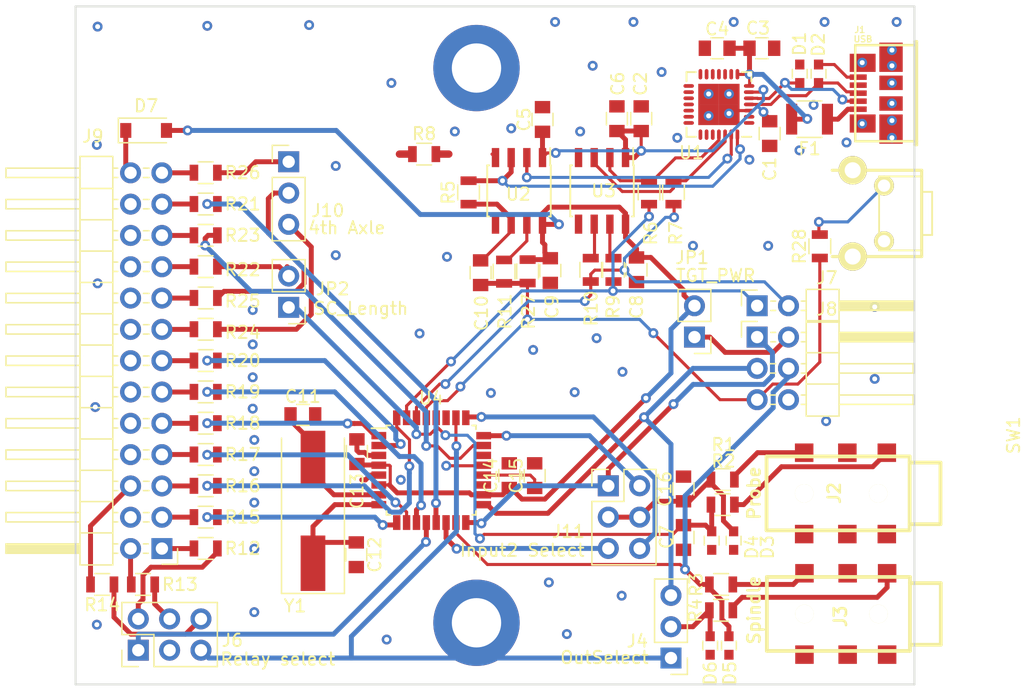
<source format=kicad_pcb>
(kicad_pcb (version 20170123) (host pcbnew "(2017-08-18 revision 28c04cbbf)-makepkg")
  (layers (0 F.Cu signal) (31 B.Cu signal) (34 B.Paste user) (35 F.Paste user) (36 B.SilkS user) (37 F.SilkS user) (38 B.Mask user) (39 F.Mask user) (44 Edge.Cuts user))
  (net 0 "")
  (net 1 "Net-(J1-Pad4)")
  (net 2 /SC_STEP_Z)
  (net 3 /SC_STEP_Y)
  (net 4 /SC_STEP_X)
  (net 5 /SC_DIR_X)
  (net 6 /SC_RELAY1)
  (net 7 "Net-(J3-Pad2)")
  (net 8 "Net-(F1-Pad2)")
  (net 9 GND)
  (net 10 /SC_VCC_5V)
  (net 11 /SC_REF_4)
  (net 12 /SC_REF_XYZ)
  (net 13 /SC_STOP)
  (net 14 /SC_LENGTH)
  (net 15 /SC_STEP_4)
  (net 16 /SC_DIR_4)
  (net 17 /SC_DIR_Z)
  (net 18 /SC_DIR_Y)
  (net 19 /SC_RELAY3)
  (net 20 /SC_RELAY2)
  (net 21 +5V)
  (net 22 /AVR_TX)
  (net 23 /AVR_RX)
  (net 24 "Net-(R6-Pad2)")
  (net 25 /AVR_RST)
  (net 26 "Net-(C3-Pad1)")
  (net 27 /AVR_XTAL2)
  (net 28 /AVR_XTAL1)
  (net 29 GNDD)
  (net 30 "Net-(R7-Pad2)")
  (net 31 "Net-(D2-Pad2)")
  (net 32 "Net-(R10-Pad2)")
  (net 33 /SpinDir/Cool)
  (net 34 /A5)
  (net 35 "Net-(J8-Pad2)")
  (net 36 /D3)
  (net 37 /D6)
  (net 38 /D5)
  (net 39 /D2)
  (net 40 /D7)
  (net 41 /D4)
  (net 42 /A1)
  (net 43 /A2)
  (net 44 /A3)
  (net 45 /D13)
  (net 46 /D11_MOSI)
  (net 47 /D13_SCK)
  (net 48 /D12_MISO)
  (net 49 /D8)
  (net 50 /A4)
  (net 51 /A0)
  (net 52 /D10)
  (net 53 /D9)
  (net 54 "Net-(D1-Pad2)")
  (net 55 "Net-(R28-Pad2)")
  (net 56 "Net-(J9-Pad17)")
  (net 57 "Net-(J9-Pad15)")
  (net 58 "Net-(R5-Pad2)")
  (net 59 "Net-(C10-Pad2)")
  (net 60 "Net-(J6-Pad6)")
  (net 61 "Net-(J6-Pad2)")
  (net 62 "Net-(J6-Pad4)")
  (net 63 "Net-(R9-Pad2)")
  (net 64 "Net-(R11-Pad1)")
  (net 65 "Net-(U1-Pad27)")
  (net 66 "Net-(U4-Pad22)")
  (net 67 "Net-(C15-Pad1)")
  (net 68 "Net-(U4-Pad19)")
  (net 69 "Net-(U1-Pad24)")
  (net 70 "Net-(U1-Pad23)")
  (net 71 "Net-(U1-Pad22)")
  (net 72 "Net-(U1-Pad21)")
  (net 73 "Net-(U1-Pad20)")
  (net 74 "Net-(U1-Pad19)")
  (net 75 "Net-(U1-Pad18)")
  (net 76 "Net-(U1-Pad17)")
  (net 77 "Net-(U1-Pad16)")
  (net 78 "Net-(U1-Pad15)")
  (net 79 "Net-(U1-Pad14)")
  (net 80 "Net-(U1-Pad13)")
  (net 81 "Net-(U1-Pad12)")
  (net 82 "Net-(U1-Pad11)")
  (net 83 "Net-(U1-Pad10)")
  (net 84 "Net-(U1-Pad9)")
  (net 85 "Net-(U1-Pad2)")
  (net 86 "Net-(U1-Pad1)")
  (net 87 /Input2)
  (net 88 "Net-(J10-Pad1)")
  (net 89 "Net-(J10-Pad2)")
  (net 90 "Net-(JP2-Pad2)")
  (net 91 "Net-(J10-Pad3)")
  (net 92 "Net-(J2-Pad1)")
  (net 93 "Net-(J2-Pad2)")
  (net 94 "Net-(J3-Pad1)")
  (net 95 +5VP)
  (module iotta_footprints:conn_usb_B_micro_smd (layer F.Cu) (at 206.1035 92.0585 90)
    (fp_text reference J1 (at 5.14462 -2.52956 180) (layer F.SilkS) (effects (font (size 0.50038 0.50038) (thickness 0.09906))))
    (fp_text value USB (at 4.38262 -2.27556 180) (layer F.SilkS) (effects (font (size 0.50038 0.50038) (thickness 0.09906))))
    (pad "" smd rect (at -0.8382 0 90) (size 1.17348 1.89738) (layers F.Cu F.Paste F.Mask))
    (pad "" smd rect (at 0.8382 0 90) (size 1.17348 1.89738) (layers F.Cu F.Paste F.Mask))
    (pad 6 smd rect (at 2.91338 0 90) (size 2.3749 1.89738) (layers F.Cu F.Paste F.Mask) (net 9 GND))
    (pad 6 smd rect (at -2.91338 0 90) (size 2.3749 1.89738) (layers F.Cu F.Paste F.Mask) (net 9 GND))
    (pad 6 smd rect (at 2.46126 -2.2987 90) (size 1.4732 2.10058) (layers F.Cu F.Paste F.Mask) (net 9 GND))
    (pad 6 smd rect (at -2.46126 -2.2987 90) (size 1.4732 2.10058) (layers F.Cu F.Paste F.Mask) (net 9 GND))
    (pad 1 smd rect (at -1.30048 -2.65938 90) (size 0.44958 1.37922) (layers F.Cu F.Paste F.Mask) (net 8 "Net-(F1-Pad2)"))
    (pad 2 smd rect (at -0.65024 -2.65938 90) (size 0.44958 1.37922) (layers F.Cu F.Paste F.Mask) (net 54 "Net-(D1-Pad2)"))
    (pad 3 smd rect (at 0 -2.65938 90) (size 0.44958 1.37922) (layers F.Cu F.Paste F.Mask) (net 31 "Net-(D2-Pad2)"))
    (pad 4 smd rect (at 0.65024 -2.65938 90) (size 0.44958 1.37922) (layers F.Cu F.Paste F.Mask) (net 1 "Net-(J1-Pad4)"))
    (pad 5 smd rect (at 1.30048 -2.65938 90) (size 0.44958 1.37922) (layers F.Cu F.Paste F.Mask) (net 9 GND))
  )
  (module iotta_footprints:Stepcraft_SC100_Controller_Board (layer F.Cu) (at 208 85.02 180)
    (fp_text reference J9 (at 66.59256 -10.52988 180) (layer F.SilkS))
    (fp_text value X1)
    (fp_line (start 68 0) (end 0 0) (layer Edge.Cuts) (width 0.15))
    (fp_line (start 68 -55) (end 68 0) (layer Edge.Cuts) (width 0.15))
    (fp_line (start 0 -55) (end 68 -55) (layer Edge.Cuts) (width 0.15))
    (fp_line (start 0 0) (end 0 -55) (layer Edge.Cuts) (width 0.15))
    (pad "" np_thru_hole circle (at 35.5 -5 180) (size 7 7) (drill 4) (layers *.Cu *.Mask) (clearance 1))
    (pad "" np_thru_hole circle (at 35.5 -50 180) (size 7 7) (drill 4) (layers *.Cu *.Mask) (clearance 1))
    (pad 1 thru_hole rect (at 61 -43.98 180) (size 1.7 1.7) (drill 1) (layers *.Cu *.Mask) (net 6 /SC_RELAY1))
    (pad 14 thru_hole oval (at 63.54 -43.98 180) (size 1.7 1.7) (drill 1) (layers *.Cu *.Mask) (net 20 /SC_RELAY2))
    (pad 2 thru_hole oval (at 61 -41.44 180) (size 1.7 1.7) (drill 1) (layers *.Cu *.Mask) (net 5 /SC_DIR_X))
    (pad 15 thru_hole oval (at 63.54 -41.44 180) (size 1.7 1.7) (drill 1) (layers *.Cu *.Mask) (net 57 "Net-(J9-Pad15)"))
    (pad 3 thru_hole oval (at 61 -38.9 180) (size 1.7 1.7) (drill 1) (layers *.Cu *.Mask) (net 4 /SC_STEP_X))
    (pad 16 thru_hole oval (at 63.54 -38.9 180) (size 1.7 1.7) (drill 1) (layers *.Cu *.Mask) (net 19 /SC_RELAY3))
    (pad 4 thru_hole oval (at 61 -36.36 180) (size 1.7 1.7) (drill 1) (layers *.Cu *.Mask) (net 18 /SC_DIR_Y))
    (pad 17 thru_hole oval (at 63.54 -36.36 180) (size 1.7 1.7) (drill 1) (layers *.Cu *.Mask) (net 56 "Net-(J9-Pad17)"))
    (pad 5 thru_hole oval (at 61 -33.82 180) (size 1.7 1.7) (drill 1) (layers *.Cu *.Mask) (net 3 /SC_STEP_Y))
    (pad 18 thru_hole oval (at 63.54 -33.82 180) (size 1.7 1.7) (drill 1) (layers *.Cu *.Mask) (net 29 GNDD))
    (pad 6 thru_hole oval (at 61 -31.28 180) (size 1.7 1.7) (drill 1) (layers *.Cu *.Mask) (net 17 /SC_DIR_Z))
    (pad 19 thru_hole oval (at 63.54 -31.28 180) (size 1.7 1.7) (drill 1) (layers *.Cu *.Mask) (net 29 GNDD))
    (pad 7 thru_hole oval (at 61 -28.74 180) (size 1.7 1.7) (drill 1) (layers *.Cu *.Mask) (net 2 /SC_STEP_Z))
    (pad 20 thru_hole oval (at 63.54 -28.74 180) (size 1.7 1.7) (drill 1) (layers *.Cu *.Mask) (net 29 GNDD))
    (pad 8 thru_hole oval (at 61 -26.2 180) (size 1.7 1.7) (drill 1) (layers *.Cu *.Mask) (net 16 /SC_DIR_4))
    (pad 21 thru_hole oval (at 63.54 -26.2 180) (size 1.7 1.7) (drill 1) (layers *.Cu *.Mask) (net 29 GNDD))
    (pad 9 thru_hole oval (at 61 -23.66 180) (size 1.7 1.7) (drill 1) (layers *.Cu *.Mask) (net 15 /SC_STEP_4))
    (pad 22 thru_hole oval (at 63.54 -23.66 180) (size 1.7 1.7) (drill 1) (layers *.Cu *.Mask) (net 29 GNDD))
    (pad 10 thru_hole oval (at 61 -21.12 180) (size 1.7 1.7) (drill 1) (layers *.Cu *.Mask) (net 14 /SC_LENGTH))
    (pad 23 thru_hole oval (at 63.54 -21.12 180) (size 1.7 1.7) (drill 1) (layers *.Cu *.Mask) (net 29 GNDD))
    (pad 11 thru_hole oval (at 61 -18.58 180) (size 1.7 1.7) (drill 1) (layers *.Cu *.Mask) (net 13 /SC_STOP))
    (pad 24 thru_hole oval (at 63.54 -18.58 180) (size 1.7 1.7) (drill 1) (layers *.Cu *.Mask) (net 29 GNDD))
    (pad 12 thru_hole oval (at 61 -16.04 180) (size 1.7 1.7) (drill 1) (layers *.Cu *.Mask) (net 12 /SC_REF_XYZ))
    (pad 25 thru_hole oval (at 63.54 -16.04 180) (size 1.7 1.7) (drill 1) (layers *.Cu *.Mask) (net 29 GNDD))
    (pad 13 thru_hole oval (at 61 -13.5 180) (size 1.7 1.7) (drill 1) (layers *.Cu *.Mask) (net 11 /SC_REF_4))
    (pad 26 thru_hole oval (at 63.54 -13.5 180) (size 1.7 1.7) (drill 1) (layers *.Cu *.Mask) (net 10 /SC_VCC_5V))
  )
  (module Capacitors_SMD:C_0805 (layer F.Cu) (at 189.281 124.164 90)
    (fp_text reference C16 (at 0 -1.5 90) (layer F.SilkS))
    (fp_text value 100n)
    (pad 2 smd rect (at 1 0 90) (size 1 1.25) (layers F.Cu F.Paste F.Mask) (net 29 GNDD))
    (pad 1 smd rect (at -1 0 90) (size 1 1.25) (layers F.Cu F.Paste F.Mask) (net 87 /Input2))
  )
  (module Pin_Headers:Pin_Header_Straight_1x02_Pitch2.54mm (layer F.Cu) (at 157.277 109.432 180)
    (fp_text reference JP2 (at -3.56144 1.49962 180) (layer F.SilkS))
    (fp_text value SC_Length (at -5.84744 -0.08788 180) (layer F.SilkS))
    (pad 2 thru_hole oval (at 0 2.54 180) (size 1.7 1.7) (drill 1) (layers *.Cu *.Mask) (net 90 "Net-(JP2-Pad2)"))
    (pad 1 thru_hole rect (at 0 0 180) (size 1.7 1.7) (drill 1) (layers *.Cu *.Mask) (net 34 /A5))
  )
  (module Pin_Headers:Pin_Header_Straight_1x03_Pitch2.54mm (layer F.Cu) (at 157.277 97.621)
    (fp_text reference J10 (at 3.18044 3.96138) (layer F.SilkS))
    (fp_text value "4th Axle" (at 4.70444 5.35838) (layer F.SilkS))
    (pad 3 thru_hole oval (at 0 5.08) (size 1.7 1.7) (drill 1) (layers *.Cu *.Mask) (net 91 "Net-(J10-Pad3)"))
    (pad 2 thru_hole oval (at 0 2.54) (size 1.7 1.7) (drill 1) (layers *.Cu *.Mask) (net 89 "Net-(J10-Pad2)"))
    (pad 1 thru_hole rect (at 0 0) (size 1.7 1.7) (drill 1) (layers *.Cu *.Mask) (net 88 "Net-(J10-Pad1)"))
  )
  (module Pin_Headers:Pin_Header_Straight_2x03_Pitch2.54mm (layer F.Cu) (at 183.185 123.91)
    (fp_text reference J11 (at -3.23306 3.70738) (layer F.SilkS))
    (fp_text value "Input2 Select" (at -6.97956 5.23138) (layer F.SilkS))
    (pad 6 thru_hole oval (at 2.54 5.08) (size 1.7 1.7) (drill 1) (layers *.Cu *.Mask) (net 43 /A2))
    (pad 5 thru_hole oval (at 0 5.08) (size 1.7 1.7) (drill 1) (layers *.Cu *.Mask) (net 52 /D10))
    (pad 4 thru_hole oval (at 2.54 2.54) (size 1.7 1.7) (drill 1) (layers *.Cu *.Mask) (net 87 /Input2))
    (pad 3 thru_hole oval (at 0 2.54) (size 1.7 1.7) (drill 1) (layers *.Cu *.Mask) (net 87 /Input2))
    (pad 2 thru_hole oval (at 2.54 0) (size 1.7 1.7) (drill 1) (layers *.Cu *.Mask) (net 42 /A1))
    (pad 1 thru_hole rect (at 0 0) (size 1.7 1.7) (drill 1) (layers *.Cu *.Mask) (net 48 /D12_MISO))
  )
  (module Pin_Headers:Pin_Header_Straight_2x03_Pitch2.54mm (layer F.Cu) (at 145.085 137.245 90)
    (fp_text reference J6 (at 0.80112 7.62544 180) (layer F.SilkS))
    (fp_text value "Relay select" (at -0.72288 11.30844 180) (layer F.SilkS))
    (pad 6 thru_hole oval (at 2.54 5.08 90) (size 1.7 1.7) (drill 1) (layers *.Cu *.Mask) (net 60 "Net-(J6-Pad6)"))
    (pad 5 thru_hole oval (at 0 5.08 90) (size 1.7 1.7) (drill 1) (layers *.Cu *.Mask) (net 44 /A3))
    (pad 4 thru_hole oval (at 2.54 2.54 90) (size 1.7 1.7) (drill 1) (layers *.Cu *.Mask) (net 62 "Net-(J6-Pad4)"))
    (pad 3 thru_hole oval (at 0 2.54 90) (size 1.7 1.7) (drill 1) (layers *.Cu *.Mask) (net 45 /D13))
    (pad 2 thru_hole oval (at 2.54 0 90) (size 1.7 1.7) (drill 1) (layers *.Cu *.Mask) (net 61 "Net-(J6-Pad2)"))
    (pad 1 thru_hole rect (at 0 0 90) (size 1.7 1.7) (drill 1) (layers *.Cu *.Mask) (net 49 /D8))
  )
  (module Capacitors_SMD:C_0805 (layer F.Cu) (at 189.281 128.101 270)
    (fp_text reference C7 (at -0.03912 1.39156 270) (layer F.SilkS))
    (fp_text value 100n)
    (pad 1 smd rect (at -1 0 270) (size 1 1.25) (layers F.Cu F.Paste F.Mask) (net 34 /A5))
    (pad 2 smd rect (at 1 0 270) (size 1 1.25) (layers F.Cu F.Paste F.Mask) (net 29 GNDD))
  )
  (module Capacitors_SMD:C_0805 (layer F.Cu) (at 177.216 123.0845 90)
    (fp_text reference C15 (at 0 -1.5 90) (layer F.SilkS))
    (fp_text value 100n)
    (pad 2 smd rect (at 1 0 90) (size 1 1.25) (layers F.Cu F.Paste F.Mask) (net 29 GNDD))
    (pad 1 smd rect (at -1 0 90) (size 1 1.25) (layers F.Cu F.Paste F.Mask) (net 67 "Net-(C15-Pad1)"))
  )
  (module Pin_Headers:Pin_Header_Straight_1x03_Pitch2.54mm (layer F.Cu) (at 188.265 137.88 180)
    (fp_text reference J4 (at 2.72506 1.37262 180) (layer F.SilkS))
    (fp_text value OutSelect (at 5.39206 0.03912 180) (layer F.SilkS))
    (pad 1 thru_hole rect (at 0 0 180) (size 1.7 1.7) (drill 1) (layers *.Cu *.Mask) (net 44 /A3))
    (pad 2 thru_hole oval (at 0 2.54 180) (size 1.7 1.7) (drill 1) (layers *.Cu *.Mask) (net 33 /SpinDir/Cool))
    (pad 3 thru_hole oval (at 0 5.08 180) (size 1.7 1.7) (drill 1) (layers *.Cu *.Mask) (net 47 /D13_SCK))
  )
  (module Resistors_SMD:R_0805 (layer F.Cu) (at 150.546 106.13 180)
    (fp_text reference R22 (at -3 -0.25 180) (layer F.SilkS))
    (fp_text value 100)
    (pad 1 smd rect (at -0.95 0 180) (size 0.7 1.3) (layers F.Cu F.Paste F.Mask) (net 90 "Net-(JP2-Pad2)"))
    (pad 2 smd rect (at 0.95 0 180) (size 0.7 1.3) (layers F.Cu F.Paste F.Mask) (net 14 /SC_LENGTH))
  )
  (module Resistors_SMD:R_0805 (layer F.Cu) (at 150.546 113.75 180)
    (fp_text reference R20 (at -3 0 180) (layer F.SilkS))
    (fp_text value 100)
    (pad 2 smd rect (at 0.95 0 180) (size 0.7 1.3) (layers F.Cu F.Paste F.Mask) (net 2 /SC_STEP_Z))
    (pad 1 smd rect (at -0.95 0 180) (size 0.7 1.3) (layers F.Cu F.Paste F.Mask) (net 41 /D4))
  )
  (module Resistors_SMD:R_0805 (layer F.Cu) (at 150.546 116.29 180)
    (fp_text reference R19 (at -3 0 180) (layer F.SilkS))
    (fp_text value 100)
    (pad 1 smd rect (at -0.95 0 180) (size 0.7 1.3) (layers F.Cu F.Paste F.Mask) (net 40 /D7))
    (pad 2 smd rect (at 0.95 0 180) (size 0.7 1.3) (layers F.Cu F.Paste F.Mask) (net 17 /SC_DIR_Z))
  )
  (module Resistors_SMD:R_0805 (layer F.Cu) (at 145.466 131.911 180)
    (fp_text reference R13 (at -3 0 180) (layer F.SilkS))
    (fp_text value 100)
    (pad 2 smd rect (at 0.95 0 180) (size 0.7 1.3) (layers F.Cu F.Paste F.Mask) (net 20 /SC_RELAY2))
    (pad 1 smd rect (at -0.95 0 180) (size 0.7 1.3) (layers F.Cu F.Paste F.Mask) (net 62 "Net-(J6-Pad4)"))
  )
  (module Resistors_SMD:R_0805 (layer F.Cu) (at 150.546 126.45 180)
    (fp_text reference R15 (at -3 0 180) (layer F.SilkS))
    (fp_text value 100)
    (pad 2 smd rect (at 0.95 0 180) (size 0.7 1.3) (layers F.Cu F.Paste F.Mask) (net 5 /SC_DIR_X))
    (pad 1 smd rect (at -0.95 0 180) (size 0.7 1.3) (layers F.Cu F.Paste F.Mask) (net 38 /D5))
  )
  (module Resistors_SMD:R_0805 (layer F.Cu) (at 150.546 123.91 180)
    (fp_text reference R16 (at -3 0 180) (layer F.SilkS))
    (fp_text value 100)
    (pad 1 smd rect (at -0.95 0 180) (size 0.7 1.3) (layers F.Cu F.Paste F.Mask) (net 39 /D2))
    (pad 2 smd rect (at 0.95 0 180) (size 0.7 1.3) (layers F.Cu F.Paste F.Mask) (net 4 /SC_STEP_X))
  )
  (module Resistors_SMD:R_0805 (layer F.Cu) (at 150.546 101.05 180)
    (fp_text reference R21 (at -3 0 180) (layer F.SilkS))
    (fp_text value 100)
    (pad 1 smd rect (at -0.95 0 180) (size 0.7 1.3) (layers F.Cu F.Paste F.Mask) (net 53 /D9))
    (pad 2 smd rect (at 0.95 0 180) (size 0.7 1.3) (layers F.Cu F.Paste F.Mask) (net 12 /SC_REF_XYZ))
  )
  (module Resistors_SMD:R_0805 (layer F.Cu) (at 150.546 103.59 180)
    (fp_text reference R23 (at -3 0 180) (layer F.SilkS))
    (fp_text value 100)
    (pad 2 smd rect (at 0.95 0 180) (size 0.7 1.3) (layers F.Cu F.Paste F.Mask) (net 13 /SC_STOP))
    (pad 1 smd rect (at -0.95 0 180) (size 0.7 1.3) (layers F.Cu F.Paste F.Mask) (net 51 /A0))
  )
  (module Resistors_SMD:R_0805 (layer F.Cu) (at 150.546 111.21 180)
    (fp_text reference R24 (at -3 -0.25 180) (layer F.SilkS))
    (fp_text value 100)
    (pad 1 smd rect (at -0.95 0 180) (size 0.7 1.3) (layers F.Cu F.Paste F.Mask) (net 91 "Net-(J10-Pad3)"))
    (pad 2 smd rect (at 0.95 0 180) (size 0.7 1.3) (layers F.Cu F.Paste F.Mask) (net 16 /SC_DIR_4))
  )
  (module Resistors_SMD:R_0805 (layer F.Cu) (at 150.546 108.67 180)
    (fp_text reference R25 (at -3 -0.25 180) (layer F.SilkS))
    (fp_text value 100)
    (pad 2 smd rect (at 0.95 0 180) (size 0.7 1.3) (layers F.Cu F.Paste F.Mask) (net 15 /SC_STEP_4))
    (pad 1 smd rect (at -0.95 0 180) (size 0.7 1.3) (layers F.Cu F.Paste F.Mask) (net 89 "Net-(J10-Pad2)"))
  )
  (module Resistors_SMD:R_0805 (layer F.Cu) (at 150.546 98.51 180)
    (fp_text reference R26 (at -3 0 180) (layer F.SilkS))
    (fp_text value 100)
    (pad 1 smd rect (at -0.95 0 180) (size 0.7 1.3) (layers F.Cu F.Paste F.Mask) (net 88 "Net-(J10-Pad1)"))
    (pad 2 smd rect (at 0.95 0 180) (size 0.7 1.3) (layers F.Cu F.Paste F.Mask) (net 11 /SC_REF_4))
  )
  (module Resistors_SMD:R_0805 (layer F.Cu) (at 142.164 131.911 180)
    (fp_text reference R14 (at 0 -1.65 180) (layer F.SilkS))
    (fp_text value 100)
    (pad 1 smd rect (at -0.95 0 180) (size 0.7 1.3) (layers F.Cu F.Paste F.Mask) (net 60 "Net-(J6-Pad6)"))
    (pad 2 smd rect (at 0.95 0 180) (size 0.7 1.3) (layers F.Cu F.Paste F.Mask) (net 19 /SC_RELAY3))
  )
  (module Resistors_SMD:R_0805 (layer F.Cu) (at 150.546 121.37 180)
    (fp_text reference R17 (at -3 0 180) (layer F.SilkS))
    (fp_text value 100)
    (pad 2 smd rect (at 0.95 0 180) (size 0.7 1.3) (layers F.Cu F.Paste F.Mask) (net 18 /SC_DIR_Y))
    (pad 1 smd rect (at -0.95 0 180) (size 0.7 1.3) (layers F.Cu F.Paste F.Mask) (net 37 /D6))
  )
  (module Resistors_SMD:R_0805 (layer F.Cu) (at 150.546 118.83 180)
    (fp_text reference R18 (at -3 0 180) (layer F.SilkS))
    (fp_text value 100)
    (pad 1 smd rect (at -0.95 0 180) (size 0.7 1.3) (layers F.Cu F.Paste F.Mask) (net 36 /D3))
    (pad 2 smd rect (at 0.95 0 180) (size 0.7 1.3) (layers F.Cu F.Paste F.Mask) (net 3 /SC_STEP_Y))
  )
  (module Resistors_SMD:R_0805 (layer F.Cu) (at 150.546 128.99 180)
    (fp_text reference R12 (at -3 0 180) (layer F.SilkS))
    (fp_text value 100)
    (pad 2 smd rect (at 0.95 0 180) (size 0.7 1.3) (layers F.Cu F.Paste F.Mask) (net 6 /SC_RELAY1))
    (pad 1 smd rect (at -0.95 0 180) (size 0.7 1.3) (layers F.Cu F.Paste F.Mask) (net 61 "Net-(J6-Pad2)"))
  )
  (module Pin_Headers:Pin_Header_Angled_2x01_Pitch2.54mm (layer F.Cu) (at 195.25 109.305)
    (fp_text reference J7 (at 5.655 -2.27) (layer F.SilkS))
    (fp_text value Serial)
    (pad 1 thru_hole rect (at 0 0) (size 1.7 1.7) (drill 1) (layers *.Cu *.Mask) (net 22 /AVR_TX))
    (pad 2 thru_hole oval (at 2.54 0) (size 1.7 1.7) (drill 1) (layers *.Cu *.Mask) (net 23 /AVR_RX))
  )
  (module Capacitors_SMD:C_0603 (layer F.Cu) (at 192.964 136.864 270)
    (fp_text reference D5 (at 2.24688 -0.06894 270) (layer F.SilkS))
    (fp_text value D_TVS)
    (pad 2 smd rect (at 0.75 0 270) (size 0.8 0.75) (layers F.Cu F.Paste F.Mask) (net 29 GNDD))
    (pad 1 smd rect (at -0.75 0 270) (size 0.8 0.75) (layers F.Cu F.Paste F.Mask) (net 46 /D11_MOSI))
  )
  (module Capacitors_SMD:C_0603 (layer F.Cu) (at 191.567 128.355 270)
    (fp_text reference D4 (at 0.53238 -3.24394 270) (layer F.SilkS))
    (fp_text value D_TVS)
    (pad 1 smd rect (at -0.75 0 270) (size 0.8 0.75) (layers F.Cu F.Paste F.Mask) (net 34 /A5))
    (pad 2 smd rect (at 0.75 0 270) (size 0.8 0.75) (layers F.Cu F.Paste F.Mask) (net 29 GNDD))
  )
  (module Capacitors_SMD:C_0603 (layer F.Cu) (at 193.345 128.355 270)
    (fp_text reference D3 (at 0.53238 -2.73594 270) (layer F.SilkS))
    (fp_text value D_TVS)
    (pad 2 smd rect (at 0.75 0 270) (size 0.8 0.75) (layers F.Cu F.Paste F.Mask) (net 29 GNDD))
    (pad 1 smd rect (at -0.75 0 270) (size 0.8 0.75) (layers F.Cu F.Paste F.Mask) (net 87 /Input2))
  )
  (module Capacitors_SMD:C_0603 (layer F.Cu) (at 200.2284 90.4836 270)
    (fp_text reference D2 (at -2.36322 0.01996 270) (layer F.SilkS))
    (fp_text value D_TVS)
    (pad 1 smd rect (at -0.75 0 270) (size 0.8 0.75) (layers F.Cu F.Paste F.Mask) (net 9 GND))
    (pad 2 smd rect (at 0.75 0 270) (size 0.8 0.75) (layers F.Cu F.Paste F.Mask) (net 31 "Net-(D2-Pad2)"))
  )
  (module Capacitors_SMD:C_0603 (layer F.Cu) (at 198.7044 90.4836 270)
    (fp_text reference D1 (at -2.42672 0.01996 270) (layer F.SilkS))
    (fp_text value D_TVS)
    (pad 2 smd rect (at 0.75 0 270) (size 0.8 0.75) (layers F.Cu F.Paste F.Mask) (net 54 "Net-(D1-Pad2)"))
    (pad 1 smd rect (at -0.75 0 270) (size 0.8 0.75) (layers F.Cu F.Paste F.Mask) (net 9 GND))
  )
  (module Capacitors_SMD:C_0603 (layer F.Cu) (at 191.44 136.864 270)
    (fp_text reference D6 (at 2.24688 -0.00544 270) (layer F.SilkS))
    (fp_text value D_TVS)
    (pad 1 smd rect (at -0.75 0 270) (size 0.8 0.75) (layers F.Cu F.Paste F.Mask) (net 33 /SpinDir/Cool))
    (pad 2 smd rect (at 0.75 0 270) (size 0.8 0.75) (layers F.Cu F.Paste F.Mask) (net 29 GNDD))
  )
  (module Resistors_SMD:R_0805 (layer F.Cu) (at 192.329 134.0065 180)
    (fp_text reference R4 (at 2.09006 -0.02438 270) (layer F.SilkS))
    (fp_text value 100)
    (pad 2 smd rect (at 0.95 0 180) (size 0.7 1.3) (layers F.Cu F.Paste F.Mask) (net 33 /SpinDir/Cool))
    (pad 1 smd rect (at -0.95 0 180) (size 0.7 1.3) (layers F.Cu F.Paste F.Mask) (net 94 "Net-(J3-Pad1)"))
  )
  (module Resistors_SMD:R_0805 (layer F.Cu) (at 192.329 131.911 180)
    (fp_text reference R3 (at 2.02656 -0.02438 90) (layer F.SilkS))
    (fp_text value 100)
    (pad 1 smd rect (at -0.95 0 180) (size 0.7 1.3) (layers F.Cu F.Paste F.Mask) (net 7 "Net-(J3-Pad2)"))
    (pad 2 smd rect (at 0.95 0 180) (size 0.7 1.3) (layers F.Cu F.Paste F.Mask) (net 46 /D11_MOSI))
  )
  (module Resistors_SMD:R_0805 (layer F.Cu) (at 192.456 125.434 180)
    (fp_text reference R2 (at -0.06894 3.53162 180) (layer F.SilkS))
    (fp_text value 100)
    (pad 2 smd rect (at 0.95 0 180) (size 0.7 1.3) (layers F.Cu F.Paste F.Mask) (net 34 /A5))
    (pad 1 smd rect (at -0.95 0 180) (size 0.7 1.3) (layers F.Cu F.Paste F.Mask) (net 92 "Net-(J2-Pad1)"))
  )
  (module Resistors_SMD:R_0805 (layer F.Cu) (at 192.456 123.402 180)
    (fp_text reference R1 (at -0.06894 2.83312 180) (layer F.SilkS))
    (fp_text value 100)
    (pad 1 smd rect (at -0.95 0 180) (size 0.7 1.3) (layers F.Cu F.Paste F.Mask) (net 93 "Net-(J2-Pad2)"))
    (pad 2 smd rect (at 0.95 0 180) (size 0.7 1.3) (layers F.Cu F.Paste F.Mask) (net 87 /Input2))
  )
  (module Resistors_SMD:R_0805 (layer F.Cu) (at 174.7395 106.5364 270)
    (fp_text reference R11 (at 3.23748 -0.06894 270) (layer F.SilkS))
    (fp_text value 100)
    (pad 2 smd rect (at 0.95 0 270) (size 0.7 1.3) (layers F.Cu F.Paste F.Mask) (net 25 /AVR_RST))
    (pad 1 smd rect (at -0.95 0 270) (size 0.7 1.3) (layers F.Cu F.Paste F.Mask) (net 64 "Net-(R11-Pad1)"))
  )
  (module Capacitors_SMD:C_0805 (layer F.Cu) (at 185.471 106.384 270)
    (fp_text reference C8 (at 3.00888 -0.00544 270) (layer F.SilkS))
    (fp_text value 100n)
    (pad 1 smd rect (at -1 0 270) (size 1 1.25) (layers F.Cu F.Paste F.Mask) (net 21 +5V))
    (pad 2 smd rect (at 1 0 270) (size 1 1.25) (layers F.Cu F.Paste F.Mask) (net 29 GNDD))
  )
  (module Capacitors_SMD:C_0805 (layer F.Cu) (at 177.851 94.192 90)
    (fp_text reference C5 (at 0 -1.5 90) (layer F.SilkS))
    (fp_text value 100n)
    (pad 2 smd rect (at 1 0 90) (size 1 1.25) (layers F.Cu F.Paste F.Mask) (net 9 GND))
    (pad 1 smd rect (at -1 0 90) (size 1 1.25) (layers F.Cu F.Paste F.Mask) (net 95 +5VP))
  )
  (module Capacitors_SMD:C_0805 (layer F.Cu) (at 178.486 106.4475 270)
    (fp_text reference C9 (at 2.94538 -0.13244 270) (layer F.SilkS))
    (fp_text value 100n)
    (pad 1 smd rect (at -1 0 270) (size 1 1.25) (layers F.Cu F.Paste F.Mask) (net 21 +5V))
    (pad 2 smd rect (at 1 0 270) (size 1 1.25) (layers F.Cu F.Paste F.Mask) (net 29 GNDD))
  )
  (module Capacitors_SMD:C_0805 (layer F.Cu) (at 183.8835 94.1285 90)
    (fp_text reference C6 (at 2.83312 0.06894 90) (layer F.SilkS))
    (fp_text value 100n)
    (pad 2 smd rect (at 1 0 90) (size 1 1.25) (layers F.Cu F.Paste F.Mask) (net 9 GND))
    (pad 1 smd rect (at -1 0 90) (size 1 1.25) (layers F.Cu F.Paste F.Mask) (net 95 +5VP))
  )
  (module Housings_SOIC:SOIC-8_3.9x4.9mm_Pitch1.27mm (layer F.Cu) (at 175.946 99.9832 270)
    (fp_text reference U2 (at 0.26568 0.05806) (layer F.SilkS))
    (fp_text value ADuM1201BR)
    (pad 8 smd rect (at 2.7 -1.905 270) (size 1.55 0.6) (layers F.Cu F.Paste F.Mask) (net 21 +5V))
    (pad 7 smd rect (at 2.7 -0.635 270) (size 1.55 0.6) (layers F.Cu F.Paste F.Mask) (net 64 "Net-(R11-Pad1)"))
    (pad 6 smd rect (at 2.7 0.635 270) (size 1.55 0.6) (layers F.Cu F.Paste F.Mask) (net 59 "Net-(C10-Pad2)"))
    (pad 5 smd rect (at 2.7 1.905 270) (size 1.55 0.6) (layers F.Cu F.Paste F.Mask) (net 29 GNDD))
    (pad 4 smd rect (at -2.7 1.905 270) (size 1.55 0.6) (layers F.Cu F.Paste F.Mask) (net 9 GND))
    (pad 3 smd rect (at -2.7 0.635 270) (size 1.55 0.6) (layers F.Cu F.Paste F.Mask) (net 58 "Net-(R5-Pad2)"))
    (pad 2 smd rect (at -2.7 -0.635 270) (size 1.55 0.6) (layers F.Cu F.Paste F.Mask) (net 65 "Net-(U1-Pad27)"))
    (pad 1 smd rect (at -2.7 -1.905 270) (size 1.55 0.6) (layers F.Cu F.Paste F.Mask) (net 95 +5VP))
  )
  (module Resistors_SMD:R_0805 (layer F.Cu) (at 168.25644 97.00088)
    (fp_text reference R8 (at 0 -1.65) (layer F.SilkS))
    (fp_text value "0 (DNP)")
    (pad 1 smd rect (at -0.95 0) (size 0.7 1.3) (layers F.Cu F.Paste F.Mask) (net 29 GNDD))
    (pad 2 smd rect (at 0.95 0) (size 0.7 1.3) (layers F.Cu F.Paste F.Mask) (net 9 GND))
  )
  (module Resistors_SMD:R_0805 (layer F.Cu) (at 171.8566 100.1102 90)
    (fp_text reference R5 (at 0 -1.65 90) (layer F.SilkS))
    (fp_text value "0 (DNP)")
    (pad 2 smd rect (at 0.95 0 90) (size 0.7 1.3) (layers F.Cu F.Paste F.Mask) (net 58 "Net-(R5-Pad2)"))
    (pad 1 smd rect (at -0.95 0 90) (size 0.7 1.3) (layers F.Cu F.Paste F.Mask) (net 59 "Net-(C10-Pad2)"))
  )
  (module Capacitors_SMD:C_0805 (layer F.Cu) (at 196.266 95.335 270)
    (fp_text reference C1 (at 2.88188 -0.00544 270) (layer F.SilkS))
    (fp_text value 1u)
    (pad 2 smd rect (at 1 0 270) (size 1 1.25) (layers F.Cu F.Paste F.Mask) (net 9 GND))
    (pad 1 smd rect (at -1 0 270) (size 1 1.25) (layers F.Cu F.Paste F.Mask) (net 95 +5VP))
  )
  (module Pin_Headers:Pin_Header_Straight_1x02_Pitch2.54mm (layer F.Cu) (at 190.17 111.845 180)
    (fp_text reference JP1 (at 0.18506 6.45262 180) (layer F.SilkS))
    (fp_text value TGT_PWR (at -1.71994 4.99212 180) (layer F.SilkS))
    (pad 2 thru_hole oval (at 0 2.54 180) (size 1.7 1.7) (drill 1) (layers *.Cu *.Mask) (net 21 +5V))
    (pad 1 thru_hole rect (at 0 0 180) (size 1.7 1.7) (drill 1) (layers *.Cu *.Mask) (net 35 "Net-(J8-Pad2)"))
  )
  (module Capacitors_SMD:C_0805 (layer F.Cu) (at 158.42544 118.15588)
    (fp_text reference C11 (at 0 -1.5) (layer F.SilkS))
    (fp_text value 100n)
    (pad 1 smd rect (at -1 0) (size 1 1.25) (layers F.Cu F.Paste F.Mask) (net 28 /AVR_XTAL1))
    (pad 2 smd rect (at 1 0) (size 1 1.25) (layers F.Cu F.Paste F.Mask) (net 29 GNDD))
  )
  (module Capacitors_SMD:C_0805 (layer F.Cu) (at 162.75644 129.50088 270)
    (fp_text reference C12 (at 0 -1.5 270) (layer F.SilkS))
    (fp_text value 100n)
    (pad 2 smd rect (at 1 0 270) (size 1 1.25) (layers F.Cu F.Paste F.Mask) (net 29 GNDD))
    (pad 1 smd rect (at -1 0 270) (size 1 1.25) (layers F.Cu F.Paste F.Mask) (net 27 /AVR_XTAL2))
  )
  (module Crystals:Crystal_SMD_HC49-SD (layer F.Cu) (at 159.2455 125.942 90)
    (fp_text reference Y1 (at -7.70788 -1.45506 180) (layer F.SilkS))
    (fp_text value Crystal)
    (pad 2 smd rect (at 4.25 0 90) (size 4.5 2) (layers F.Cu F.Paste F.Mask) (net 28 /AVR_XTAL1))
    (pad 1 smd rect (at -4.25 0 90) (size 4.5 2) (layers F.Cu F.Paste F.Mask) (net 27 /AVR_XTAL2))
  )
  (module Capacitors_SMD:C_0805 (layer F.Cu) (at 185.852 94.1285 90)
    (fp_text reference C2 (at 2.83312 -0.05806 90) (layer F.SilkS))
    (fp_text value 100n)
    (pad 2 smd rect (at 1 0 90) (size 1 1.25) (layers F.Cu F.Paste F.Mask) (net 9 GND))
    (pad 1 smd rect (at -1 0 90) (size 1 1.25) (layers F.Cu F.Paste F.Mask) (net 95 +5VP))
  )
  (module Capacitors_SMD:C_0805 (layer F.Cu) (at 195.631 88.4135)
    (fp_text reference C3 (at -0.3125 -1.6285) (layer F.SilkS))
    (fp_text value 100n)
    (pad 1 smd rect (at -1 0) (size 1 1.25) (layers F.Cu F.Paste F.Mask) (net 26 "Net-(C3-Pad1)"))
    (pad 2 smd rect (at 1 0) (size 1 1.25) (layers F.Cu F.Paste F.Mask) (net 9 GND))
  )
  (module Capacitors_SMD:C_0805 (layer F.Cu) (at 192.0115 88.4135 180)
    (fp_text reference C4 (at 0 1.5621 180) (layer F.SilkS))
    (fp_text value 1u)
    (pad 2 smd rect (at 1 0 180) (size 1 1.25) (layers F.Cu F.Paste F.Mask) (net 9 GND))
    (pad 1 smd rect (at -1 0 180) (size 1 1.25) (layers F.Cu F.Paste F.Mask) (net 26 "Net-(C3-Pad1)"))
  )
  (module Capacitors_SMD:C_0805 (layer F.Cu) (at 172.8345 106.622 90)
    (fp_text reference C10 (at -3.27888 0.06894 90) (layer F.SilkS))
    (fp_text value 100n)
    (pad 2 smd rect (at 1 0 90) (size 1 1.25) (layers F.Cu F.Paste F.Mask) (net 59 "Net-(C10-Pad2)"))
    (pad 1 smd rect (at -1 0 90) (size 1 1.25) (layers F.Cu F.Paste F.Mask) (net 25 /AVR_RST))
  )
  (module Resistors_SMD:R_0805 (layer F.Cu) (at 176.6445 106.511 90)
    (fp_text reference R27 (at -3.26288 0.06894 90) (layer F.SilkS))
    (fp_text value 10k)
    (pad 1 smd rect (at -0.95 0 90) (size 0.7 1.3) (layers F.Cu F.Paste F.Mask) (net 25 /AVR_RST))
    (pad 2 smd rect (at 0.95 0 90) (size 0.7 1.3) (layers F.Cu F.Paste F.Mask) (net 21 +5V))
  )
  (module Resistors_SMD:R_0805 (layer F.Cu) (at 200.33 104.479 90)
    (fp_text reference R28 (at 0 -1.65 90) (layer F.SilkS))
    (fp_text value 300)
    (pad 2 smd rect (at 0.95 0 90) (size 0.7 1.3) (layers F.Cu F.Paste F.Mask) (net 55 "Net-(R28-Pad2)"))
    (pad 1 smd rect (at -0.95 0 90) (size 0.7 1.3) (layers F.Cu F.Paste F.Mask) (net 25 /AVR_RST))
  )
  (module Resistors_SMD:R_0805 (layer F.Cu) (at 186.487 100.1102 90)
    (fp_text reference R6 (at -3.31368 0.13244 90) (layer F.SilkS))
    (fp_text value "100 (DNP)")
    (pad 1 smd rect (at -0.95 0 90) (size 0.7 1.3) (layers F.Cu F.Paste F.Mask) (net 22 /AVR_TX))
    (pad 2 smd rect (at 0.95 0 90) (size 0.7 1.3) (layers F.Cu F.Paste F.Mask) (net 24 "Net-(R6-Pad2)"))
  )
  (module Resistors_SMD:R_0805 (layer F.Cu) (at 188.4682 100.1102 90)
    (fp_text reference R7 (at -3.31368 0.18324 90) (layer F.SilkS))
    (fp_text value "100 (DNP)")
    (pad 2 smd rect (at 0.95 0 90) (size 0.7 1.3) (layers F.Cu F.Paste F.Mask) (net 30 "Net-(R7-Pad2)"))
    (pad 1 smd rect (at -0.95 0 90) (size 0.7 1.3) (layers F.Cu F.Paste F.Mask) (net 23 /AVR_RX))
  )
  (module Resistors_SMD:R_0805 (layer F.Cu) (at 183.6042 106.3915 90)
    (fp_text reference R9 (at -3.00138 -0.03276 90) (layer F.SilkS))
    (fp_text value 100)
    (pad 1 smd rect (at -0.95 0 90) (size 0.7 1.3) (layers F.Cu F.Paste F.Mask) (net 22 /AVR_TX))
    (pad 2 smd rect (at 0.95 0 90) (size 0.7 1.3) (layers F.Cu F.Paste F.Mask) (net 63 "Net-(R9-Pad2)"))
  )
  (module Resistors_SMD:R_0805 (layer F.Cu) (at 181.7627 106.389 90)
    (fp_text reference R10 (at -3.13088 0.03074 90) (layer F.SilkS))
    (fp_text value 100)
    (pad 2 smd rect (at 0.95 0 90) (size 0.7 1.3) (layers F.Cu F.Paste F.Mask) (net 32 "Net-(R10-Pad2)"))
    (pad 1 smd rect (at -0.95 0 90) (size 0.7 1.3) (layers F.Cu F.Paste F.Mask) (net 23 /AVR_RX))
  )
  (module Resistors_SMD:R_1210 (layer F.Cu) (at 199.4995 94.1667)
    (fp_text reference F1 (at 0 2.39918) (layer F.SilkS))
    (fp_text value Polyfuse_Small)
    (pad 2 smd rect (at 1.45 0) (size 0.9 2.5) (layers F.Cu F.Paste F.Mask) (net 8 "Net-(F1-Pad2)"))
    (pad 1 smd rect (at -1.45 0) (size 0.9 2.5) (layers F.Cu F.Paste F.Mask) (net 26 "Net-(C3-Pad1)"))
  )
  (module Capacitors_SMD:C_0805 (layer F.Cu) (at 162.80694 121.14038 90)
    (fp_text reference C13 (at -3.19938 0.00544 90) (layer F.SilkS))
    (fp_text value 100n)
    (pad 1 smd rect (at -1 0 90) (size 1 1.25) (layers F.Cu F.Paste F.Mask) (net 21 +5V))
    (pad 2 smd rect (at 1 0 90) (size 1 1.25) (layers F.Cu F.Paste F.Mask) (net 29 GNDD))
  )
  (module Capacitors_SMD:C_0805 (layer F.Cu) (at 175.1586 123.0845 90)
    (fp_text reference C14 (at 0 -1.5 90) (layer F.SilkS))
    (fp_text value 100n)
    (pad 2 smd rect (at 1 0 90) (size 1 1.25) (layers F.Cu F.Paste F.Mask) (net 29 GNDD))
    (pad 1 smd rect (at -1 0 90) (size 1 1.25) (layers F.Cu F.Paste F.Mask) (net 21 +5V))
  )
  (module Diodes_SMD:D_SOD-123 (layer F.Cu) (at 145.72 95.081)
    (fp_text reference D7 (at 0 -2) (layer F.SilkS))
    (fp_text value SCHOTTKY)
    (pad 2 smd rect (at 1.65 0) (size 0.9 1.2) (layers F.Cu F.Paste F.Mask) (net 21 +5V))
    (pad 1 smd rect (at -1.65 0) (size 0.9 1.2) (layers F.Cu F.Paste F.Mask) (net 10 /SC_VCC_5V))
  )
  (module Housings_DFN_QFN:QFN-28-1EP_5x5mm_Pitch0.5mm (layer F.Cu) (at 192.1512 92.9728 180)
    (fp_text reference U1 (at 2.22976 -3.91058 180) (layer F.SilkS))
    (fp_text value CP2102)
    (pad 29 smd rect (at -0.8375 -0.8375 180) (size 1.675 1.675) (layers F.Cu F.Paste F.Mask) (net 9 GND))
    (pad 29 smd rect (at -0.8375 0.8375 180) (size 1.675 1.675) (layers F.Cu F.Paste F.Mask) (net 9 GND))
    (pad 29 smd rect (at 0.8375 -0.8375 180) (size 1.675 1.675) (layers F.Cu F.Paste F.Mask) (net 9 GND))
    (pad 29 smd rect (at 0.8375 0.8375 180) (size 1.675 1.675) (layers F.Cu F.Paste F.Mask) (net 9 GND))
    (pad 28 smd oval (at -1.5 -2.45 270) (size 0.85 0.3) (layers F.Cu F.Paste F.Mask) (net 58 "Net-(R5-Pad2)"))
    (pad 27 smd oval (at -1 -2.45 270) (size 0.85 0.3) (layers F.Cu F.Paste F.Mask) (net 65 "Net-(U1-Pad27)"))
    (pad 26 smd oval (at -0.5 -2.45 270) (size 0.85 0.3) (layers F.Cu F.Paste F.Mask) (net 30 "Net-(R7-Pad2)"))
    (pad 25 smd oval (at 0 -2.45 270) (size 0.85 0.3) (layers F.Cu F.Paste F.Mask) (net 24 "Net-(R6-Pad2)"))
    (pad 24 smd oval (at 0.5 -2.45 270) (size 0.85 0.3) (layers F.Cu F.Paste F.Mask) (net 69 "Net-(U1-Pad24)"))
    (pad 23 smd oval (at 1 -2.45 270) (size 0.85 0.3) (layers F.Cu F.Paste F.Mask) (net 70 "Net-(U1-Pad23)"))
    (pad 22 smd oval (at 1.5 -2.45 270) (size 0.85 0.3) (layers F.Cu F.Paste F.Mask) (net 71 "Net-(U1-Pad22)"))
    (pad 21 smd oval (at 2.45 -1.5 180) (size 0.85 0.3) (layers F.Cu F.Paste F.Mask) (net 72 "Net-(U1-Pad21)"))
    (pad 20 smd oval (at 2.45 -1 180) (size 0.85 0.3) (layers F.Cu F.Paste F.Mask) (net 73 "Net-(U1-Pad20)"))
    (pad 19 smd oval (at 2.45 -0.5 180) (size 0.85 0.3) (layers F.Cu F.Paste F.Mask) (net 74 "Net-(U1-Pad19)"))
    (pad 18 smd oval (at 2.45 0 180) (size 0.85 0.3) (layers F.Cu F.Paste F.Mask) (net 75 "Net-(U1-Pad18)"))
    (pad 17 smd oval (at 2.45 0.5 180) (size 0.85 0.3) (layers F.Cu F.Paste F.Mask) (net 76 "Net-(U1-Pad17)"))
    (pad 16 smd oval (at 2.45 1 180) (size 0.85 0.3) (layers F.Cu F.Paste F.Mask) (net 77 "Net-(U1-Pad16)"))
    (pad 15 smd oval (at 2.45 1.5 180) (size 0.85 0.3) (layers F.Cu F.Paste F.Mask) (net 78 "Net-(U1-Pad15)"))
    (pad 14 smd oval (at 1.5 2.45 270) (size 0.85 0.3) (layers F.Cu F.Paste F.Mask) (net 79 "Net-(U1-Pad14)"))
    (pad 13 smd oval (at 1 2.45 270) (size 0.85 0.3) (layers F.Cu F.Paste F.Mask) (net 80 "Net-(U1-Pad13)"))
    (pad 12 smd oval (at 0.5 2.45 270) (size 0.85 0.3) (layers F.Cu F.Paste F.Mask) (net 81 "Net-(U1-Pad12)"))
    (pad 11 smd oval (at 0 2.45 270) (size 0.85 0.3) (layers F.Cu F.Paste F.Mask) (net 82 "Net-(U1-Pad11)"))
    (pad 10 smd oval (at -0.5 2.45 270) (size 0.85 0.3) (layers F.Cu F.Paste F.Mask) (net 83 "Net-(U1-Pad10)"))
    (pad 9 smd oval (at -1 2.45 270) (size 0.85 0.3) (layers F.Cu F.Paste F.Mask) (net 84 "Net-(U1-Pad9)"))
    (pad 8 smd oval (at -1.5 2.45 270) (size 0.85 0.3) (layers F.Cu F.Paste F.Mask) (net 26 "Net-(C3-Pad1)"))
    (pad 7 smd oval (at -2.45 1.5 180) (size 0.85 0.3) (layers F.Cu F.Paste F.Mask) (net 26 "Net-(C3-Pad1)"))
    (pad 6 smd oval (at -2.45 1 180) (size 0.85 0.3) (layers F.Cu F.Paste F.Mask) (net 95 +5VP))
    (pad 5 smd oval (at -2.45 0.5 180) (size 0.85 0.3) (layers F.Cu F.Paste F.Mask) (net 54 "Net-(D1-Pad2)"))
    (pad 4 smd oval (at -2.45 0 180) (size 0.85 0.3) (layers F.Cu F.Paste F.Mask) (net 31 "Net-(D2-Pad2)"))
    (pad 3 smd oval (at -2.45 -0.5 180) (size 0.85 0.3) (layers F.Cu F.Paste F.Mask) (net 9 GND))
    (pad 2 smd oval (at -2.45 -1 180) (size 0.85 0.3) (layers F.Cu F.Paste F.Mask) (net 85 "Net-(U1-Pad2)"))
    (pad 1 smd oval (at -2.45 -1.5 180) (size 0.85 0.3) (layers F.Cu F.Paste F.Mask) (net 86 "Net-(U1-Pad1)"))
  )
  (module Housings_QFP:LQFP-32_7x7mm_Pitch0.8mm (layer F.Cu) (at 168.834 122.64)
    (fp_text reference U4 (at 0 -5.85) (layer F.SilkS))
    (fp_text value ATMEGA328P-AU)
    (pad 32 smd rect (at -2.8 -4.25 90) (size 1.2 0.6) (layers F.Cu F.Paste F.Mask) (net 39 /D2))
    (pad 31 smd rect (at -2 -4.25 90) (size 1.2 0.6) (layers F.Cu F.Paste F.Mask) (net 22 /AVR_TX))
    (pad 30 smd rect (at -1.2 -4.25 90) (size 1.2 0.6) (layers F.Cu F.Paste F.Mask) (net 23 /AVR_RX))
    (pad 29 smd rect (at -0.4 -4.25 90) (size 1.2 0.6) (layers F.Cu F.Paste F.Mask) (net 25 /AVR_RST))
    (pad 28 smd rect (at 0.4 -4.25 90) (size 1.2 0.6) (layers F.Cu F.Paste F.Mask) (net 34 /A5))
    (pad 27 smd rect (at 1.2 -4.25 90) (size 1.2 0.6) (layers F.Cu F.Paste F.Mask) (net 50 /A4))
    (pad 26 smd rect (at 2 -4.25 90) (size 1.2 0.6) (layers F.Cu F.Paste F.Mask) (net 44 /A3))
    (pad 25 smd rect (at 2.8 -4.25 90) (size 1.2 0.6) (layers F.Cu F.Paste F.Mask) (net 43 /A2))
    (pad 24 smd rect (at 4.25 -2.8) (size 1.2 0.6) (layers F.Cu F.Paste F.Mask) (net 42 /A1))
    (pad 23 smd rect (at 4.25 -2) (size 1.2 0.6) (layers F.Cu F.Paste F.Mask) (net 51 /A0))
    (pad 22 smd rect (at 4.25 -1.2) (size 1.2 0.6) (layers F.Cu F.Paste F.Mask) (net 66 "Net-(U4-Pad22)"))
    (pad 21 smd rect (at 4.25 -0.4) (size 1.2 0.6) (layers F.Cu F.Paste F.Mask) (net 29 GNDD))
    (pad 20 smd rect (at 4.25 0.4) (size 1.2 0.6) (layers F.Cu F.Paste F.Mask) (net 67 "Net-(C15-Pad1)"))
    (pad 19 smd rect (at 4.25 1.2) (size 1.2 0.6) (layers F.Cu F.Paste F.Mask) (net 68 "Net-(U4-Pad19)"))
    (pad 18 smd rect (at 4.25 2) (size 1.2 0.6) (layers F.Cu F.Paste F.Mask) (net 21 +5V))
    (pad 17 smd rect (at 4.25 2.8) (size 1.2 0.6) (layers F.Cu F.Paste F.Mask) (net 47 /D13_SCK))
    (pad 16 smd rect (at 2.8 4.25 90) (size 1.2 0.6) (layers F.Cu F.Paste F.Mask) (net 48 /D12_MISO))
    (pad 15 smd rect (at 2 4.25 90) (size 1.2 0.6) (layers F.Cu F.Paste F.Mask) (net 46 /D11_MOSI))
    (pad 14 smd rect (at 1.2 4.25 90) (size 1.2 0.6) (layers F.Cu F.Paste F.Mask) (net 52 /D10))
    (pad 13 smd rect (at 0.4 4.25 90) (size 1.2 0.6) (layers F.Cu F.Paste F.Mask) (net 53 /D9))
    (pad 12 smd rect (at -0.4 4.25 90) (size 1.2 0.6) (layers F.Cu F.Paste F.Mask) (net 49 /D8))
    (pad 11 smd rect (at -1.2 4.25 90) (size 1.2 0.6) (layers F.Cu F.Paste F.Mask) (net 40 /D7))
    (pad 10 smd rect (at -2 4.25 90) (size 1.2 0.6) (layers F.Cu F.Paste F.Mask) (net 37 /D6))
    (pad 9 smd rect (at -2.8 4.25 90) (size 1.2 0.6) (layers F.Cu F.Paste F.Mask) (net 38 /D5))
    (pad 8 smd rect (at -4.25 2.8) (size 1.2 0.6) (layers F.Cu F.Paste F.Mask) (net 27 /AVR_XTAL2))
    (pad 7 smd rect (at -4.25 2) (size 1.2 0.6) (layers F.Cu F.Paste F.Mask) (net 28 /AVR_XTAL1))
    (pad 6 smd rect (at -4.25 1.2) (size 1.2 0.6) (layers F.Cu F.Paste F.Mask) (net 21 +5V))
    (pad 5 smd rect (at -4.25 0.4) (size 1.2 0.6) (layers F.Cu F.Paste F.Mask) (net 29 GNDD))
    (pad 4 smd rect (at -4.25 -0.4) (size 1.2 0.6) (layers F.Cu F.Paste F.Mask) (net 21 +5V))
    (pad 3 smd rect (at -4.25 -1.2) (size 1.2 0.6) (layers F.Cu F.Paste F.Mask) (net 29 GNDD))
    (pad 2 smd rect (at -4.25 -2) (size 1.2 0.6) (layers F.Cu F.Paste F.Mask) (net 41 /D4))
    (pad 1 smd rect (at -4.25 -2.8) (size 1.2 0.6) (layers F.Cu F.Paste F.Mask) (net 36 /D3))
  )
  (module Housings_SOIC:SOIC-8_3.9x4.9mm_Pitch1.27mm (layer F.Cu) (at 182.677 99.9832 270)
    (fp_text reference U3 (at 0 -0.13244) (layer F.SilkS))
    (fp_text value ADuM1201BR)
    (pad 8 smd rect (at 2.7 -1.905 270) (size 1.55 0.6) (layers F.Cu F.Paste F.Mask) (net 21 +5V))
    (pad 7 smd rect (at 2.7 -0.635 270) (size 1.55 0.6) (layers F.Cu F.Paste F.Mask) (net 63 "Net-(R9-Pad2)"))
    (pad 6 smd rect (at 2.7 0.635 270) (size 1.55 0.6) (layers F.Cu F.Paste F.Mask) (net 32 "Net-(R10-Pad2)"))
    (pad 5 smd rect (at 2.7 1.905 270) (size 1.55 0.6) (layers F.Cu F.Paste F.Mask) (net 29 GNDD))
    (pad 4 smd rect (at -2.7 1.905 270) (size 1.55 0.6) (layers F.Cu F.Paste F.Mask) (net 9 GND))
    (pad 3 smd rect (at -2.7 0.635 270) (size 1.55 0.6) (layers F.Cu F.Paste F.Mask) (net 30 "Net-(R7-Pad2)"))
    (pad 2 smd rect (at -2.7 -0.635 270) (size 1.55 0.6) (layers F.Cu F.Paste F.Mask) (net 24 "Net-(R6-Pad2)"))
    (pad 1 smd rect (at -2.7 -1.905 270) (size 1.55 0.6) (layers F.Cu F.Paste F.Mask) (net 95 +5VP))
  )
  (module Pin_Headers:Pin_Header_Angled_2x03_Pitch2.54mm (layer F.Cu) (at 195.25 111.845)
    (fp_text reference J8 (at 5.655 -2.27) (layer F.SilkS))
    (fp_text value ISP)
    (pad 6 thru_hole oval (at 2.54 5.08) (size 1.7 1.7) (drill 1) (layers *.Cu *.Mask) (net 29 GNDD))
    (pad 5 thru_hole oval (at 0 5.08) (size 1.7 1.7) (drill 1) (layers *.Cu *.Mask) (net 25 /AVR_RST))
    (pad 4 thru_hole oval (at 2.54 2.54) (size 1.7 1.7) (drill 1) (layers *.Cu *.Mask) (net 46 /D11_MOSI))
    (pad 3 thru_hole oval (at 0 2.54) (size 1.7 1.7) (drill 1) (layers *.Cu *.Mask) (net 47 /D13_SCK))
    (pad 2 thru_hole oval (at 2.54 0) (size 1.7 1.7) (drill 1) (layers *.Cu *.Mask) (net 35 "Net-(J8-Pad2)"))
    (pad 1 thru_hole rect (at 0 0) (size 1.7 1.7) (drill 1) (layers *.Cu *.Mask) (net 48 /D12_MISO))
  )
  (module iotta_footprints:TACTILE_SWITCH_VERTICAL_6MM (layer F.Cu) (at 205.537 101.812 90)
    (fp_text reference SW1 (at -18 10.5 90) (layer F.SilkS))
    (fp_text value RST)
    (pad SH thru_hole circle (at -3.5 -2.54 90) (size 2.3 2.3) (drill 1.3) (layers *.Cu *.Mask F.SilkS) (net 29 GNDD))
    (pad SH thru_hole circle (at 3.5 -2.54 90) (size 2.3 2.3) (drill 1.3) (layers *.Cu *.Mask F.SilkS) (net 29 GNDD))
    (pad 1 thru_hole circle (at -2.25 0 90) (size 1.6 1.6) (drill 1) (layers *.Cu *.Mask F.SilkS) (net 29 GNDD))
    (pad 2 thru_hole circle (at 2.25 0 90) (size 1.6 1.6) (drill 1) (layers *.Cu *.Mask F.SilkS) (net 55 "Net-(R28-Pad2)"))
  )
  (module w_conn_av:jack_3.5_pj313d-smt (layer F.Cu) (at 201.837 134.3035 90)
    (fp_text reference J3 (at -0.1965 0.163 90) (layer F.SilkS) (effects (font (size 0.99822 0.99822) (thickness 0.19812))))
    (fp_text value Spindle (at 0.3035 -6.837 90) (layer F.SilkS) (effects (font (size 0.99822 0.99822) (thickness 0.19812))))
    (pad 2 smd rect (at 3.3 -2.75 90) (size 1.5 1.5) (layers F.Cu F.Paste F.Mask) (net 7 "Net-(J3-Pad2)"))
    (pad 3 smd rect (at 3.3 0.75 90) (size 1.5 1.5) (layers F.Cu F.Paste F.Mask) (net 29 GNDD))
    (pad 1 smd rect (at 3.3 3.95 90) (size 1.5 1.5) (layers F.Cu F.Paste F.Mask) (net 94 "Net-(J3-Pad1)"))
    (pad 3 smd rect (at -3.3 0.75 90) (size 1.5 1.5) (layers F.Cu F.Paste F.Mask) (net 29 GNDD))
    (pad 2 smd rect (at -3.3 -2.75 90) (size 1.5 1.5) (layers F.Cu F.Paste F.Mask) (net 7 "Net-(J3-Pad2)"))
    (pad 1 smd rect (at -3.3 3.95 90) (size 1.5 1.5) (layers F.Cu F.Paste F.Mask) (net 94 "Net-(J3-Pad1)"))
    (pad "" np_thru_hole circle (at 0 -2.75 90) (size 1.5 1.5) (drill 1.5) (layers *.Cu *.Mask F.SilkS))
    (pad "" np_thru_hole circle (at 0 3.25 90) (size 1.5 1.5) (drill 1.5) (layers *.Cu *.Mask F.SilkS))
  )
  (module w_conn_av:jack_3.5_pj313d-smt (layer F.Cu) (at 201.812 124.5245 90)
    (fp_text reference J2 (at 0.0245 -0.312 90) (layer F.SilkS) (effects (font (size 0.99822 0.99822) (thickness 0.19812))))
    (fp_text value Probe (at 0.0245 -6.812 90) (layer F.SilkS) (effects (font (size 0.99822 0.99822) (thickness 0.19812))))
    (pad "" np_thru_hole circle (at 0 3.25 90) (size 1.5 1.5) (drill 1.5) (layers *.Cu *.Mask F.SilkS))
    (pad "" np_thru_hole circle (at 0 -2.75 90) (size 1.5 1.5) (drill 1.5) (layers *.Cu *.Mask F.SilkS))
    (pad 1 smd rect (at -3.3 3.95 90) (size 1.5 1.5) (layers F.Cu F.Paste F.Mask) (net 92 "Net-(J2-Pad1)"))
    (pad 2 smd rect (at -3.3 -2.75 90) (size 1.5 1.5) (layers F.Cu F.Paste F.Mask) (net 93 "Net-(J2-Pad2)"))
    (pad 3 smd rect (at -3.3 0.75 90) (size 1.5 1.5) (layers F.Cu F.Paste F.Mask) (net 29 GNDD))
    (pad 1 smd rect (at 3.3 3.95 90) (size 1.5 1.5) (layers F.Cu F.Paste F.Mask) (net 92 "Net-(J2-Pad1)"))
    (pad 3 smd rect (at 3.3 0.75 90) (size 1.5 1.5) (layers F.Cu F.Paste F.Mask) (net 29 GNDD))
    (pad 2 smd rect (at 3.3 -2.75 90) (size 1.5 1.5) (layers F.Cu F.Paste F.Mask) (net 93 "Net-(J2-Pad2)"))
  )
  (segment (start 203.44412 90.75802) (end 202.52858 90.75802) (width 0.25) (layer F.Cu) (net 9))
  (segment (start 201.50416 89.7336) (end 200.2284 89.7336) (width 0.25) (layer F.Cu) (net 9))
  (segment (start 202.52858 90.75802) (end 201.50416 89.7336) (width 0.25) (layer F.Cu) (net 9))
  (via (at 203.76444 94.53388) (size 0.8) (drill 0.4) (layers F.Cu B.Cu) (net 9))
  (via (at 203.76444 89.58088) (size 0.8) (drill 0.4) (layers F.Cu B.Cu) (net 9))
  (via (at 206.17744 91.23188) (size 0.8) (drill 0.4) (layers F.Cu B.Cu) (net 0))
  (via (at 206.17744 92.88288) (size 0.8) (drill 0.4) (layers F.Cu B.Cu) (net 0))
  (via (at 206.17744 95.67688) (size 0.8) (drill 0.4) (layers F.Cu B.Cu) (net 9))
  (via (at 206.17744 94.27988) (size 0.8) (drill 0.4) (layers F.Cu B.Cu) (net 9))
  (via (at 206.17744 89.83488) (size 0.8) (drill 0.4) (layers F.Cu B.Cu) (net 9))
  (via (at 206.17744 88.56488) (size 0.8) (drill 0.4) (layers F.Cu B.Cu) (net 9))
  (via (at 194.62044 97.45488) (size 0.8) (drill 0.4) (layers F.Cu B.Cu) (net 9))
  (via (at 198.68444 96.69288) (size 0.8) (drill 0.4) (layers F.Cu B.Cu) (net 9))
  (via (at 202.49444 96.05788) (size 0.8) (drill 0.4) (layers F.Cu B.Cu) (net 9))
  (via (at 199.82744 93.00988) (size 0.8) (drill 0.4) (layers F.Cu B.Cu) (net 9))
  (via (at 187.50844 90.34288) (size 0.8) (drill 0.4) (layers F.Cu B.Cu) (net 9))
  (via (at 188.77844 95.67688) (size 0.8) (drill 0.4) (layers F.Cu B.Cu) (net 9))
  (via (at 181.92044 89.83488) (size 0.8) (drill 0.4) (layers F.Cu B.Cu) (net 9))
  (via (at 180.90444 95.16888) (size 0.8) (drill 0.4) (layers F.Cu B.Cu) (net 9))
  (via (at 175.31644 94.91488) (size 0.8) (drill 0.4) (layers F.Cu B.Cu) (net 9))
  (via (at 170.74444 95.16888) (size 0.8) (drill 0.4) (layers F.Cu B.Cu) (net 9))
  (via (at 178.87244 86.27888) (size 0.8) (drill 0.4) (layers F.Cu B.Cu) (net 9))
  (via (at 185.22244 86.27888) (size 0.8) (drill 0.4) (layers F.Cu B.Cu) (net 9))
  (via (at 193.35044 86.27888) (size 0.8) (drill 0.4) (layers F.Cu B.Cu) (net 9))
  (via (at 200.71644 86.27888) (size 0.8) (drill 0.4) (layers F.Cu B.Cu) (net 9))
  (via (at 206.55844 86.27888) (size 0.8) (drill 0.4) (layers F.Cu B.Cu) (net 9))
  (segment (start 194.6012 93.4728) (end 193.20502 93.4728) (width 0.25) (layer F.Cu) (net 9))
  (segment (start 193.20502 93.4728) (end 192.96944 93.70838) (width 0.25) (layer F.Cu) (net 9))
  (via (at 191.31844 93.89888) (size 0.8) (drill 0.4) (layers F.Cu B.Cu) (net 9))
  (via (at 192.96944 93.70838) (size 0.8) (drill 0.4) (layers F.Cu B.Cu) (net 9))
  (via (at 192.96944 92.12088) (size 0.8) (drill 0.4) (layers F.Cu B.Cu) (net 9))
  (via (at 191.31844 92.12088) (size 0.8) (drill 0.4) (layers F.Cu B.Cu) (net 9))
  (segment (start 149.0855 95.081) (end 161.13156 95.081) (width 0.4) (layer B.Cu) (net 21))
  (segment (start 161.13156 95.081) (end 167.95044 101.89988) (width 0.4) (layer B.Cu) (net 21))
  (segment (start 167.95044 101.89988) (end 178.38338 101.89988) (width 0.4) (layer B.Cu) (net 21))
  (segment (start 178.38338 101.89988) (end 179.1845 102.701) (width 0.4) (layer B.Cu) (net 21))
  (segment (start 197.79 109.305) (end 195.84588 107.36088) (width 0.25) (layer B.Cu) (net 23))
  (segment (start 195.84588 107.36088) (end 185.440729 107.36088) (width 0.25) (layer B.Cu) (net 23))
  (segment (start 185.440729 107.36088) (end 184.491913 106.412064) (width 0.25) (layer B.Cu) (net 23))
  (via (at 200.84344 118.66388) (size 0.8) (drill 0.4) (layers F.Cu B.Cu) (net 29))
  (via (at 204.78044 115.23488) (size 0.8) (drill 0.4) (layers F.Cu B.Cu) (net 29))
  (via (at 204.78044 109.39288) (size 0.8) (drill 0.4) (layers F.Cu B.Cu) (net 29))
  (via (at 196.14444 104.43988) (size 0.8) (drill 0.4) (layers F.Cu B.Cu) (net 29))
  (via (at 190.04844 104.43988) (size 0.8) (drill 0.4) (layers F.Cu B.Cu) (net 29))
  (via (at 161.09244 97.96288) (size 0.8) (drill 0.4) (layers F.Cu B.Cu) (net 29))
  (via (at 161.09244 105.20188) (size 0.8) (drill 0.4) (layers F.Cu B.Cu) (net 29))
  (via (at 154.36144 109.64688) (size 0.8) (drill 0.4) (layers F.Cu B.Cu) (net 29))
  (via (at 154.36144 112.44088) (size 0.8) (drill 0.4) (layers F.Cu B.Cu) (net 29))
  (via (at 154.36144 115.10788) (size 0.8) (drill 0.4) (layers F.Cu B.Cu) (net 29))
  (via (at 154.36144 117.64788) (size 0.8) (drill 0.4) (layers F.Cu B.Cu) (net 29))
  (via (at 154.48844 120.18788) (size 0.8) (drill 0.4) (layers F.Cu B.Cu) (net 29))
  (via (at 154.48844 122.72788) (size 0.8) (drill 0.4) (layers F.Cu B.Cu) (net 29))
  (via (at 154.48844 125.26788) (size 0.8) (drill 0.4) (layers F.Cu B.Cu) (net 29))
  (segment (start 170.04594 122.28338) (end 173.04062 122.28338) (width 0.25) (layer F.Cu) (net 29))
  (segment (start 173.04062 122.28338) (end 173.084 122.24) (width 0.25) (layer F.Cu) (net 29))
  (via (at 178.36444 131.74488) (size 0.8) (drill 0.4) (layers F.Cu B.Cu) (net 29))
  (via (at 165.60094 91.23188) (size 0.8) (drill 0.4) (layers F.Cu B.Cu) (net 29))
  (via (at 158.93344 86.53288) (size 0.8) (drill 0.4) (layers F.Cu B.Cu) (net 29))
  (via (at 150.67844 86.59638) (size 0.8) (drill 0.4) (layers F.Cu B.Cu) (net 29))
  (via (at 141.78844 86.65988) (size 0.8) (drill 0.4) (layers F.Cu B.Cu) (net 29))
  (via (at 141.72494 96.24838) (size 0.8) (drill 0.4) (layers F.Cu B.Cu) (net 29))
  (via (at 141.78844 107.48788) (size 0.8) (drill 0.4) (layers F.Cu B.Cu) (net 29))
  (via (at 141.59794 117.52088) (size 0.8) (drill 0.4) (layers F.Cu B.Cu) (net 29))
  (via (at 141.72494 135.17388) (size 0.8) (drill 0.4) (layers F.Cu B.Cu) (net 29))
  (via (at 154.48844 134.15788) (size 0.8) (drill 0.4) (layers F.Cu B.Cu) (net 29))
  (via (at 154.48844 129.01438) (size 0.8) (drill 0.4) (layers F.Cu B.Cu) (net 29))
  (via (at 165.21994 136.38038) (size 0.8) (drill 0.4) (layers F.Cu B.Cu) (net 29))
  (via (at 179.82494 135.93588) (size 0.8) (drill 0.4) (layers F.Cu B.Cu) (net 29))
  (via (at 184.26994 132.82438) (size 0.8) (drill 0.4) (layers F.Cu B.Cu) (net 29))
  (via (at 167.88694 111.55188) (size 0.8) (drill 0.4) (layers F.Cu B.Cu) (net 29))
  (via (at 170.10944 105.32888) (size 0.8) (drill 0.4) (layers F.Cu B.Cu) (net 29))
  (via (at 180.45994 116.31438) (size 0.8) (drill 0.4) (layers F.Cu B.Cu) (net 29))
  (via (at 182.23794 111.93288) (size 0.8) (drill 0.4) (layers F.Cu B.Cu) (net 29))
  (via (at 184.33344 114.66338) (size 0.8) (drill 0.4) (layers F.Cu B.Cu) (net 29))
  (via (at 173.66544 116.37788) (size 0.8) (drill 0.4) (layers F.Cu B.Cu) (net 29))
  (via (at 177.09444 112.88538) (size 0.8) (drill 0.4) (layers F.Cu B.Cu) (net 29))
  (via (at 170.04594 122.28338) (size 0.8) (drill 0.4) (layers F.Cu B.Cu) (net 29))
  (via (at 166.36294 123.42638) (size 0.8) (drill 0.4) (layers F.Cu B.Cu) (net 29))
  (segment (start 147 113.76) (end 149.586 113.76) (width 0.4) (layer F.Cu) (net 2))
  (segment (start 149.586 113.76) (end 149.596 113.75) (width 0.4) (layer F.Cu) (net 2))
  (segment (start 147 118.84) (end 149.586 118.84) (width 0.4) (layer F.Cu) (net 3))
  (segment (start 149.586 118.84) (end 149.596 118.83) (width 0.4) (layer F.Cu) (net 3))
  (segment (start 147 123.92) (end 149.586 123.92) (width 0.4) (layer F.Cu) (net 4))
  (segment (start 149.586 123.92) (end 149.596 123.91) (width 0.4) (layer F.Cu) (net 4))
  (segment (start 149.596 126.45) (end 147.01 126.45) (width 0.4) (layer F.Cu) (net 5))
  (segment (start 147.01 126.45) (end 147 126.46) (width 0.4) (layer F.Cu) (net 5))
  (segment (start 147 129) (end 149.586 129) (width 0.4) (layer F.Cu) (net 6))
  (segment (start 149.586 129) (end 149.596 128.99) (width 0.4) (layer F.Cu) (net 6))
  (segment (start 193.279 131.911) (end 198.1795 131.911) (width 0.4) (layer F.Cu) (net 7))
  (segment (start 198.1795 131.911) (end 199.087 131.0035) (width 0.4) (layer F.Cu) (net 7))
  (segment (start 200.9495 94.1667) (end 201.7995 94.1667) (width 0.4) (layer F.Cu) (net 8))
  (segment (start 201.7995 94.1667) (end 202.60722 93.35898) (width 0.4) (layer F.Cu) (net 8))
  (segment (start 202.60722 93.35898) (end 203.44412 93.35898) (width 0.4) (layer F.Cu) (net 8))
  (segment (start 169.20644 97.00088) (end 170.25644 97.00088) (width 0.6) (layer F.Cu) (net 9))
  (segment (start 173.75868 97.00088) (end 174.041 97.2832) (width 0.25) (layer F.Cu) (net 9))
  (segment (start 144.46 98.52) (end 144.069 98.129) (width 0.4) (layer F.Cu) (net 10))
  (segment (start 144.069 98.129) (end 144.069 95.082) (width 0.4) (layer F.Cu) (net 10))
  (segment (start 144.069 95.082) (end 144.07 95.081) (width 0.4) (layer F.Cu) (net 10))
  (segment (start 147 98.52) (end 149.586 98.52) (width 0.4) (layer F.Cu) (net 11))
  (segment (start 149.586 98.52) (end 149.596 98.51) (width 0.4) (layer F.Cu) (net 11))
  (segment (start 149.596 101.05) (end 147.01 101.05) (width 0.4) (layer F.Cu) (net 12))
  (segment (start 147.01 101.05) (end 147 101.06) (width 0.4) (layer F.Cu) (net 12))
  (segment (start 147 103.6) (end 149.586 103.6) (width 0.4) (layer F.Cu) (net 13))
  (segment (start 149.586 103.6) (end 149.596 103.59) (width 0.4) (layer F.Cu) (net 13))
  (segment (start 149.596 106.13) (end 147.01 106.13) (width 0.4) (layer F.Cu) (net 14))
  (segment (start 147.01 106.13) (end 147 106.14) (width 0.4) (layer F.Cu) (net 14))
  (segment (start 147 108.68) (end 149.586 108.68) (width 0.4) (layer F.Cu) (net 15))
  (segment (start 149.586 108.68) (end 149.596 108.67) (width 0.4) (layer F.Cu) (net 15))
  (segment (start 147 111.22) (end 149.586 111.22) (width 0.4) (layer F.Cu) (net 16))
  (segment (start 149.586 111.22) (end 149.596 111.21) (width 0.4) (layer F.Cu) (net 16))
  (segment (start 147 116.3) (end 149.586 116.3) (width 0.4) (layer F.Cu) (net 17))
  (segment (start 149.586 116.3) (end 149.596 116.29) (width 0.4) (layer F.Cu) (net 17))
  (segment (start 149.596 121.37) (end 147.01 121.37) (width 0.4) (layer F.Cu) (net 18))
  (segment (start 147.01 121.37) (end 147 121.38) (width 0.4) (layer F.Cu) (net 18))
  (segment (start 144.46 123.92) (end 141.214 127.166) (width 0.4) (layer F.Cu) (net 19))
  (segment (start 141.214 127.166) (end 141.214 131.911) (width 0.4) (layer F.Cu) (net 19))
  (segment (start 144.46 129) (end 144.46 131.855) (width 0.4) (layer F.Cu) (net 20))
  (segment (start 144.46 131.855) (end 144.516 131.911) (width 0.4) (layer F.Cu) (net 20))
  (segment (start 162.80694 122.14038) (end 162.88644 122.21988) (width 0.4) (layer F.Cu) (net 21))
  (segment (start 162.88644 122.21988) (end 164.56388 122.21988) (width 0.4) (layer F.Cu) (net 21))
  (segment (start 164.56388 122.21988) (end 164.584 122.24) (width 0.4) (layer F.Cu) (net 21))
  (segment (start 185.471 105.384) (end 186.63 105.384) (width 0.4) (layer F.Cu) (net 21))
  (segment (start 186.63 105.384) (end 189.320001 108.074001) (width 0.4) (layer F.Cu) (net 21))
  (segment (start 189.320001 108.074001) (end 189.320001 108.455001) (width 0.4) (layer F.Cu) (net 21))
  (segment (start 189.320001 108.455001) (end 190.17 109.305) (width 0.4) (layer F.Cu) (net 21))
  (segment (start 185.471 105.384) (end 185.471 104.6695) (width 0.4) (layer F.Cu) (net 21))
  (segment (start 185.471 104.6695) (end 184.582 103.7805) (width 0.4) (layer F.Cu) (net 21))
  (segment (start 184.582 103.7805) (end 184.582 102.6832) (width 0.4) (layer F.Cu) (net 21))
  (segment (start 177.851 102.6832) (end 177.851 104.1615) (width 0.4) (layer F.Cu) (net 21))
  (segment (start 177.851 104.1615) (end 178.0415 104.352) (width 0.4) (layer F.Cu) (net 21))
  (segment (start 178.0415 104.352) (end 178.0415 105.003) (width 0.4) (layer F.Cu) (net 21))
  (segment (start 178.0415 105.003) (end 178.486 105.4475) (width 0.4) (layer F.Cu) (net 21))
  (segment (start 176.6445 105.561) (end 178.3725 105.561) (width 0.4) (layer F.Cu) (net 21))
  (segment (start 178.3725 105.561) (end 178.486 105.4475) (width 0.4) (layer F.Cu) (net 21))
  (segment (start 186.233 116.798) (end 188.265 114.766) (width 0.4) (layer B.Cu) (net 21))
  (segment (start 188.265 114.766) (end 188.265 111.21) (width 0.4) (layer B.Cu) (net 21))
  (segment (start 188.265 111.21) (end 189.320001 110.154999) (width 0.4) (layer B.Cu) (net 21))
  (segment (start 189.320001 110.154999) (end 190.17 109.305) (width 0.4) (layer B.Cu) (net 21))
  (segment (start 178.0465 124.9845) (end 186.233 116.798) (width 0.4) (layer F.Cu) (net 21))
  (segment (start 175.1586 124.0845) (end 175.2836 124.0845) (width 0.4) (layer F.Cu) (net 21))
  (segment (start 175.2836 124.0845) (end 176.1836 124.9845) (width 0.4) (layer F.Cu) (net 21))
  (segment (start 176.1836 124.9845) (end 178.0465 124.9845) (width 0.4) (layer F.Cu) (net 21))
  (via (at 186.233 116.798) (size 0.8) (drill 0.4) (layers F.Cu B.Cu) (net 21))
  (segment (start 165.434 123.84) (end 166.0755 124.4815) (width 0.4) (layer F.Cu) (net 21))
  (segment (start 171.9255 124.4815) (end 172.084 124.64) (width 0.4) (layer F.Cu) (net 21))
  (segment (start 166.0755 124.4815) (end 171.9255 124.4815) (width 0.4) (layer F.Cu) (net 21))
  (segment (start 172.084 124.64) (end 173.084 124.64) (width 0.4) (layer F.Cu) (net 21))
  (segment (start 173.084 124.64) (end 174.6031 124.64) (width 0.4) (layer F.Cu) (net 21))
  (segment (start 174.6031 124.64) (end 175.1586 124.0845) (width 0.4) (layer F.Cu) (net 21))
  (segment (start 164.584 122.24) (end 165.434 122.24) (width 0.25) (layer F.Cu) (net 21))
  (segment (start 165.434 122.24) (end 165.509001 122.315001) (width 0.25) (layer F.Cu) (net 21))
  (segment (start 165.509001 122.315001) (end 165.509001 123.764999) (width 0.25) (layer F.Cu) (net 21))
  (segment (start 165.509001 123.764999) (end 165.434 123.84) (width 0.25) (layer F.Cu) (net 21))
  (segment (start 165.434 123.84) (end 164.584 123.84) (width 0.25) (layer F.Cu) (net 21))
  (segment (start 179.1845 102.701) (end 177.8688 102.701) (width 0.4) (layer F.Cu) (net 21))
  (segment (start 177.8688 102.701) (end 177.851 102.6832) (width 0.4) (layer F.Cu) (net 21))
  (via (at 179.1845 102.701) (size 0.8) (drill 0.4) (layers F.Cu B.Cu) (net 21))
  (segment (start 147.37 95.081) (end 149.0855 95.081) (width 0.4) (layer F.Cu) (net 21))
  (via (at 149.0855 95.081) (size 0.8) (drill 0.4) (layers F.Cu B.Cu) (net 21))
  (segment (start 177.851 102.6832) (end 177.851 101.812) (width 0.4) (layer F.Cu) (net 21))
  (segment (start 177.851 101.812) (end 178.359 101.304) (width 0.4) (layer F.Cu) (net 21))
  (segment (start 178.359 101.304) (end 184.074 101.304) (width 0.4) (layer F.Cu) (net 21))
  (segment (start 184.074 101.304) (end 184.582 101.812) (width 0.4) (layer F.Cu) (net 21))
  (segment (start 184.582 101.812) (end 184.582 102.6832) (width 0.4) (layer F.Cu) (net 21))
  (segment (start 195.25 109.305) (end 194.043498 108.098498) (width 0.25) (layer B.Cu) (net 22))
  (segment (start 194.043498 108.098498) (end 184.131685 108.098498) (width 0.25) (layer B.Cu) (net 22))
  (segment (start 184.131685 108.098498) (end 183.566 108.098498) (width 0.25) (layer B.Cu) (net 22))
  (segment (start 186.487 102.065996) (end 183.566 104.986996) (width 0.25) (layer B.Cu) (net 22))
  (segment (start 183.6042 108.060298) (end 183.566 108.098498) (width 0.25) (layer F.Cu) (net 22))
  (segment (start 183.6042 107.3415) (end 183.6042 108.060298) (width 0.25) (layer F.Cu) (net 22))
  (segment (start 183.000315 108.098498) (end 183.566 108.098498) (width 0.25) (layer B.Cu) (net 22))
  (segment (start 183.566 104.986996) (end 183.566 107.532813) (width 0.25) (layer B.Cu) (net 22))
  (segment (start 183.566 107.532813) (end 183.566 108.098498) (width 0.25) (layer B.Cu) (net 22))
  (segment (start 170.4342 113.8262) (end 176.161902 108.098498) (width 0.25) (layer B.Cu) (net 22))
  (segment (start 176.161902 108.098498) (end 183.000315 108.098498) (width 0.25) (layer B.Cu) (net 22))
  (via (at 183.566 108.098498) (size 0.8) (drill 0.4) (layers F.Cu B.Cu) (net 22))
  (segment (start 186.487 101.0602) (end 186.487 102.065996) (width 0.25) (layer F.Cu) (net 22))
  (via (at 186.487 102.065996) (size 0.8) (drill 0.4) (layers F.Cu B.Cu) (net 22))
  (segment (start 166.834 118.39) (end 166.834 117.4264) (width 0.25) (layer F.Cu) (net 22))
  (segment (start 166.834 117.4264) (end 170.4342 113.8262) (width 0.25) (layer F.Cu) (net 22))
  (via (at 170.4342 113.8262) (size 0.8) (drill 0.4) (layers F.Cu B.Cu) (net 22))
  (segment (start 184.491913 106.412064) (end 184.491913 105.458087) (width 0.25) (layer B.Cu) (net 23))
  (segment (start 184.491913 105.458087) (end 187.8205 102.1295) (width 0.25) (layer B.Cu) (net 23))
  (segment (start 187.8205 102.1295) (end 188.519 102.1295) (width 0.25) (layer B.Cu) (net 23))
  (segment (start 188.519 102.1295) (end 188.519 101.111) (width 0.25) (layer F.Cu) (net 23))
  (segment (start 188.519 101.111) (end 188.4682 101.0602) (width 0.25) (layer F.Cu) (net 23))
  (via (at 188.519 102.1295) (size 0.8) (drill 0.4) (layers F.Cu B.Cu) (net 23))
  (segment (start 181.7627 107.339) (end 181.7627 106.739) (width 0.25) (layer F.Cu) (net 23))
  (segment (start 181.7627 106.739) (end 182.089636 106.412064) (width 0.25) (layer F.Cu) (net 23))
  (segment (start 182.089636 106.412064) (end 184.491913 106.412064) (width 0.25) (layer F.Cu) (net 23))
  (via (at 184.491913 106.412064) (size 0.8) (drill 0.4) (layers F.Cu B.Cu) (net 23))
  (segment (start 169.518988 115.655012) (end 169.977 115.655012) (width 0.25) (layer F.Cu) (net 23))
  (segment (start 176.708012 108.924) (end 170.376999 115.255013) (width 0.25) (layer B.Cu) (net 23))
  (segment (start 167.634 118.39) (end 167.634 117.54) (width 0.25) (layer F.Cu) (net 23))
  (segment (start 181.28 108.924) (end 176.708012 108.924) (width 0.25) (layer B.Cu) (net 23))
  (segment (start 167.634 117.54) (end 169.518988 115.655012) (width 0.25) (layer F.Cu) (net 23))
  (via (at 169.977 115.655012) (size 0.8) (drill 0.4) (layers F.Cu B.Cu) (net 23))
  (segment (start 170.376999 115.255013) (end 169.977 115.655012) (width 0.25) (layer B.Cu) (net 23))
  (segment (start 181.679999 108.524001) (end 181.28 108.924) (width 0.25) (layer F.Cu) (net 23))
  (segment (start 181.7627 108.4413) (end 181.679999 108.524001) (width 0.25) (layer F.Cu) (net 23))
  (segment (start 181.7627 107.339) (end 181.7627 108.4413) (width 0.25) (layer F.Cu) (net 23))
  (via (at 181.28 108.924) (size 0.8) (drill 0.4) (layers F.Cu B.Cu) (net 23))
  (segment (start 181.7627 107.339) (end 182.0627 107.339) (width 0.25) (layer F.Cu) (net 23))
  (segment (start 186.787 99.1602) (end 186.487 99.1602) (width 0.25) (layer F.Cu) (net 24))
  (segment (start 192.1512 95.4228) (end 192.1512 95.864327) (width 0.25) (layer F.Cu) (net 24))
  (segment (start 192.1512 95.864327) (end 190.707538 97.307989) (width 0.25) (layer F.Cu) (net 24))
  (segment (start 190.707538 97.307989) (end 188.639211 97.307989) (width 0.25) (layer F.Cu) (net 24))
  (segment (start 188.639211 97.307989) (end 186.787 99.1602) (width 0.25) (layer F.Cu) (net 24))
  (segment (start 183.312 97.2832) (end 183.312 98.3082) (width 0.25) (layer F.Cu) (net 24))
  (segment (start 184.164 99.1602) (end 185.587 99.1602) (width 0.25) (layer F.Cu) (net 24))
  (segment (start 183.312 98.3082) (end 184.164 99.1602) (width 0.25) (layer F.Cu) (net 24))
  (segment (start 185.587 99.1602) (end 186.487 99.1602) (width 0.25) (layer F.Cu) (net 24))
  (segment (start 174.7395 107.4864) (end 176.6191 107.4864) (width 0.4) (layer F.Cu) (net 25))
  (segment (start 176.6191 107.4864) (end 176.6445 107.461) (width 0.4) (layer F.Cu) (net 25))
  (segment (start 174.7395 107.4864) (end 172.9701 107.4864) (width 0.4) (layer F.Cu) (net 25))
  (segment (start 172.9701 107.4864) (end 172.8345 107.622) (width 0.4) (layer F.Cu) (net 25))
  (segment (start 176.6318 110.409221) (end 176.6318 107.4737) (width 0.25) (layer F.Cu) (net 25))
  (segment (start 176.6318 107.4737) (end 176.6445 107.461) (width 0.25) (layer F.Cu) (net 25))
  (segment (start 186.437475 111.120283) (end 186.837474 111.520282) (width 0.25) (layer B.Cu) (net 25))
  (segment (start 176.6318 110.409221) (end 185.726413 110.409221) (width 0.25) (layer B.Cu) (net 25))
  (segment (start 187.237473 111.920281) (end 186.837474 111.520282) (width 0.25) (layer F.Cu) (net 25))
  (segment (start 195.25 116.925) (end 192.242192 116.925) (width 0.25) (layer F.Cu) (net 25))
  (segment (start 192.242192 116.925) (end 187.237473 111.920281) (width 0.25) (layer F.Cu) (net 25))
  (segment (start 185.726413 110.409221) (end 186.437475 111.120283) (width 0.25) (layer B.Cu) (net 25))
  (via (at 186.837474 111.520282) (size 0.8) (drill 0.4) (layers F.Cu B.Cu) (net 25))
  (segment (start 200.33 105.429) (end 200.33 113.877) (width 0.25) (layer F.Cu) (net 25))
  (segment (start 200.33 113.877) (end 198.552 115.655) (width 0.25) (layer F.Cu) (net 25))
  (segment (start 196.099999 116.075001) (end 195.25 116.925) (width 0.25) (layer F.Cu) (net 25))
  (segment (start 198.552 115.655) (end 196.52 115.655) (width 0.25) (layer F.Cu) (net 25))
  (segment (start 196.52 115.655) (end 196.099999 116.075001) (width 0.25) (layer F.Cu) (net 25))
  (segment (start 168.434 118.39) (end 168.434 117.54) (width 0.25) (layer F.Cu) (net 25))
  (segment (start 170.150999 117.005001) (end 171.1962 115.9598) (width 0.25) (layer F.Cu) (net 25))
  (segment (start 171.1962 115.9598) (end 171.1962 115.8582) (width 0.25) (layer F.Cu) (net 25))
  (segment (start 168.434 117.54) (end 168.968999 117.005001) (width 0.25) (layer F.Cu) (net 25))
  (segment (start 168.968999 117.005001) (end 170.150999 117.005001) (width 0.25) (layer F.Cu) (net 25))
  (segment (start 171.1962 115.844821) (end 171.1962 115.8582) (width 0.25) (layer B.Cu) (net 25))
  (segment (start 176.6318 110.409221) (end 171.1962 115.844821) (width 0.25) (layer B.Cu) (net 25))
  (via (at 171.1962 115.8582) (size 0.8) (drill 0.4) (layers F.Cu B.Cu) (net 25))
  (via (at 176.6318 110.409221) (size 0.8) (drill 0.4) (layers F.Cu B.Cu) (net 25))
  (segment (start 176.581 110.358421) (end 176.6318 110.409221) (width 0.25) (layer F.Cu) (net 25))
  (segment (start 194.631 88.4135) (end 194.631 90.525) (width 0.4) (layer F.Cu) (net 26))
  (segment (start 194.631 90.525) (end 194.6404 90.5344) (width 0.4) (layer F.Cu) (net 26))
  (segment (start 193.0115 88.4135) (end 194.631 88.4135) (width 0.4) (layer F.Cu) (net 26))
  (segment (start 194.6404 90.5344) (end 193.6628 90.5344) (width 0.25) (layer F.Cu) (net 26))
  (segment (start 193.6628 90.5344) (end 193.6512 90.5228) (width 0.25) (layer F.Cu) (net 26))
  (segment (start 194.6404 90.5344) (end 194.6404 91.4336) (width 0.25) (layer F.Cu) (net 26))
  (segment (start 194.6404 91.4336) (end 194.6012 91.4728) (width 0.25) (layer F.Cu) (net 26))
  (segment (start 195.7072 90.5344) (end 194.6404 90.5344) (width 0.4) (layer B.Cu) (net 26))
  (via (at 194.6404 90.5344) (size 0.8) (drill 0.4) (layers F.Cu B.Cu) (net 26))
  (segment (start 199.314 94.1412) (end 195.7072 90.5344) (width 0.4) (layer B.Cu) (net 26))
  (segment (start 198.0495 94.1667) (end 199.2885 94.1667) (width 0.4) (layer F.Cu) (net 26))
  (segment (start 199.2885 94.1667) (end 199.314 94.1412) (width 0.4) (layer F.Cu) (net 26))
  (via (at 199.314 94.1412) (size 0.8) (drill 0.4) (layers F.Cu B.Cu) (net 26))
  (segment (start 162.75644 128.50088) (end 159.70094 128.50088) (width 0.4) (layer F.Cu) (net 27))
  (segment (start 159.70094 128.50088) (end 159.2455 128.95632) (width 0.4) (layer F.Cu) (net 27))
  (segment (start 159.2455 128.95632) (end 159.2455 130.192) (width 0.4) (layer F.Cu) (net 27))
  (segment (start 161.0175 125.44) (end 162.605 125.44) (width 0.4) (layer F.Cu) (net 27))
  (segment (start 158.9485 129.895) (end 159.2455 130.192) (width 0.4) (layer F.Cu) (net 27))
  (segment (start 164.584 125.44) (end 162.605 125.44) (width 0.4) (layer F.Cu) (net 27))
  (segment (start 161.0175 125.44) (end 159.2455 127.212) (width 0.4) (layer F.Cu) (net 27))
  (segment (start 159.2455 127.212) (end 159.2455 130.192) (width 0.4) (layer F.Cu) (net 27))
  (segment (start 157.42544 118.15588) (end 157.42544 118.61638) (width 0.4) (layer F.Cu) (net 28))
  (segment (start 157.42544 118.61638) (end 158.67944 119.87038) (width 0.4) (layer F.Cu) (net 28))
  (segment (start 158.67944 119.87038) (end 158.67944 121.12594) (width 0.4) (layer F.Cu) (net 28))
  (segment (start 158.67944 121.12594) (end 159.2455 121.692) (width 0.4) (layer F.Cu) (net 28))
  (segment (start 164.584 124.64) (end 160.9435 124.64) (width 0.4) (layer F.Cu) (net 28))
  (segment (start 160.9435 124.64) (end 159.2455 122.942) (width 0.4) (layer F.Cu) (net 28))
  (segment (start 159.2455 122.942) (end 159.2455 121.692) (width 0.4) (layer F.Cu) (net 28))
  (segment (start 158.9485 121.989) (end 159.2455 121.692) (width 0.4) (layer F.Cu) (net 28))
  (segment (start 164.584 121.44) (end 163.67806 121.44) (width 0.4) (layer F.Cu) (net 29))
  (segment (start 163.67806 121.44) (end 163.44194 121.20388) (width 0.4) (layer F.Cu) (net 29))
  (segment (start 162.80694 120.14038) (end 162.80694 121.04038) (width 0.4) (layer F.Cu) (net 29))
  (segment (start 162.97044 121.20388) (end 163.44194 121.20388) (width 0.4) (layer F.Cu) (net 29))
  (segment (start 162.80694 121.04038) (end 162.97044 121.20388) (width 0.4) (layer F.Cu) (net 29))
  (segment (start 164.584 123.04) (end 163.89182 123.04) (width 0.4) (layer F.Cu) (net 29))
  (segment (start 163.89182 123.04) (end 163.50544 123.42638) (width 0.4) (layer F.Cu) (net 29))
  (segment (start 163.50544 123.42638) (end 163.19762 123.42638) (width 0.4) (layer F.Cu) (net 29))
  (segment (start 167.30644 97.00088) (end 166.25644 97.00088) (width 0.6) (layer F.Cu) (net 29))
  (segment (start 167.30644 97.00088) (end 167.30644 97.30088) (width 0.25) (layer F.Cu) (net 29))
  (segment (start 192.6512 95.4228) (end 192.6512 95.986596) (width 0.25) (layer F.Cu) (net 30))
  (segment (start 189.477596 99.1602) (end 189.3682 99.1602) (width 0.25) (layer F.Cu) (net 30))
  (segment (start 192.6512 95.986596) (end 189.477596 99.1602) (width 0.25) (layer F.Cu) (net 30))
  (segment (start 189.3682 99.1602) (end 188.4682 99.1602) (width 0.25) (layer F.Cu) (net 30))
  (segment (start 188.4682 99.1602) (end 188.4682 99.7602) (width 0.25) (layer F.Cu) (net 30))
  (segment (start 188.4682 99.7602) (end 188.1944 100.034) (width 0.25) (layer F.Cu) (net 30))
  (segment (start 188.1944 100.034) (end 184.3178 100.034) (width 0.25) (layer F.Cu) (net 30))
  (segment (start 184.3178 100.034) (end 182.042 97.7582) (width 0.25) (layer F.Cu) (net 30))
  (segment (start 182.042 97.7582) (end 182.042 97.2832) (width 0.25) (layer F.Cu) (net 30))
  (segment (start 200.2284 91.2336) (end 201.788058 91.2336) (width 0.25) (layer F.Cu) (net 31))
  (segment (start 201.788058 91.2336) (end 202.502509 91.948051) (width 0.25) (layer F.Cu) (net 31))
  (segment (start 202.502509 91.948051) (end 203.333671 91.948051) (width 0.25) (layer F.Cu) (net 31))
  (segment (start 203.333671 91.948051) (end 203.44412 92.0585) (width 0.25) (layer F.Cu) (net 31))
  (segment (start 194.6012 92.9728) (end 196.3676 92.9728) (width 0.25) (layer F.Cu) (net 31))
  (segment (start 196.3676 92.9728) (end 197.0788 92.2616) (width 0.25) (layer F.Cu) (net 31))
  (segment (start 197.0788 92.2616) (end 199.2254 92.2616) (width 0.25) (layer F.Cu) (net 31))
  (segment (start 199.2254 92.2616) (end 200.2284 91.2586) (width 0.25) (layer F.Cu) (net 31))
  (segment (start 200.2284 91.2586) (end 200.2284 91.2336) (width 0.25) (layer F.Cu) (net 31))
  (segment (start 181.7627 105.439) (end 182.0674 105.1343) (width 0.25) (layer F.Cu) (net 32))
  (segment (start 182.0674 105.1343) (end 182.0674 102.7086) (width 0.25) (layer F.Cu) (net 32))
  (segment (start 182.0674 102.7086) (end 182.042 102.6832) (width 0.25) (layer F.Cu) (net 32))
  (segment (start 188.265 135.34) (end 190.0455 135.34) (width 0.4) (layer F.Cu) (net 33))
  (segment (start 190.0455 135.34) (end 191.379 134.0065) (width 0.4) (layer F.Cu) (net 33))
  (segment (start 191.44 136.114) (end 191.44 134.0675) (width 0.4) (layer F.Cu) (net 33))
  (segment (start 191.44 134.0675) (end 191.379 134.0065) (width 0.4) (layer F.Cu) (net 33))
  (segment (start 169.98244 119.80688) (end 169.234 119.05844) (width 0.25) (layer F.Cu) (net 34))
  (segment (start 169.234 119.05844) (end 169.234 118.39) (width 0.25) (layer F.Cu) (net 34))
  (segment (start 171.76044 119.80688) (end 169.98244 119.80688) (width 0.25) (layer B.Cu) (net 34))
  (via (at 169.98244 119.80688) (size 0.8) (drill 0.4) (layers F.Cu B.Cu) (net 34))
  (segment (start 172.376441 120.422881) (end 171.76044 119.80688) (width 0.25) (layer B.Cu) (net 34))
  (segment (start 172.77644 128.18888) (end 172.376441 127.788881) (width 0.25) (layer B.Cu) (net 34))
  (segment (start 172.376441 127.788881) (end 172.376441 120.422881) (width 0.25) (layer B.Cu) (net 34))
  (segment (start 189.156 127.101) (end 188.406 127.851) (width 0.25) (layer F.Cu) (net 34))
  (segment (start 189.281 127.101) (end 189.156 127.101) (width 0.25) (layer F.Cu) (net 34))
  (segment (start 188.406 127.851) (end 173.11432 127.851) (width 0.25) (layer F.Cu) (net 34))
  (segment (start 173.11432 127.851) (end 172.77644 128.18888) (width 0.25) (layer F.Cu) (net 34))
  (via (at 172.77644 128.18888) (size 0.8) (drill 0.4) (layers F.Cu B.Cu) (net 34))
  (segment (start 157.277 109.432) (end 157.8612 109.432) (width 0.4) (layer B.Cu) (net 34))
  (segment (start 157.8612 109.432) (end 167.586192 119.156992) (width 0.4) (layer B.Cu) (net 34))
  (segment (start 167.586192 119.156992) (end 167.625618 119.156992) (width 0.4) (layer B.Cu) (net 34))
  (segment (start 167.625618 119.156992) (end 167.625618 119.722677) (width 0.4) (layer B.Cu) (net 34))
  (segment (start 168.751323 119.722677) (end 167.625618 119.722677) (width 0.25) (layer F.Cu) (net 34))
  (segment (start 169.234 118.39) (end 169.234 119.24) (width 0.25) (layer F.Cu) (net 34))
  (via (at 167.625618 119.722677) (size 0.8) (drill 0.4) (layers F.Cu B.Cu) (net 34))
  (segment (start 169.234 119.24) (end 168.751323 119.722677) (width 0.25) (layer F.Cu) (net 34))
  (segment (start 192.660001 113.085001) (end 196.549999 113.085001) (width 0.4) (layer F.Cu) (net 35))
  (segment (start 191.42 111.845) (end 192.660001 113.085001) (width 0.4) (layer F.Cu) (net 35))
  (segment (start 196.940001 112.694999) (end 197.79 111.845) (width 0.4) (layer F.Cu) (net 35))
  (segment (start 196.549999 113.085001) (end 196.940001 112.694999) (width 0.4) (layer F.Cu) (net 35))
  (segment (start 190.17 111.845) (end 191.42 111.845) (width 0.4) (layer F.Cu) (net 35))
  (segment (start 162.020568 118.83) (end 162.04494 118.854372) (width 0.4) (layer B.Cu) (net 36))
  (segment (start 150.673 118.83) (end 162.020568 118.83) (width 0.4) (layer B.Cu) (net 36))
  (segment (start 162.610625 118.854372) (end 162.04494 118.854372) (width 0.4) (layer F.Cu) (net 36))
  (segment (start 163.298372 118.854372) (end 162.610625 118.854372) (width 0.4) (layer F.Cu) (net 36))
  (segment (start 164.284 119.84) (end 163.298372 118.854372) (width 0.4) (layer F.Cu) (net 36))
  (segment (start 164.584 119.84) (end 164.284 119.84) (width 0.4) (layer F.Cu) (net 36))
  (via (at 162.04494 118.854372) (size 0.8) (drill 0.4) (layers F.Cu B.Cu) (net 36))
  (via (at 150.673 118.83) (size 0.8) (drill 0.4) (layers F.Cu B.Cu) (net 36))
  (segment (start 151.496 118.83) (end 150.673 118.83) (width 0.4) (layer F.Cu) (net 36))
  (segment (start 150.673 121.3954) (end 162.066604 121.3954) (width 0.4) (layer B.Cu) (net 37))
  (via (at 165.929015 125.257811) (size 0.8) (drill 0.4) (layers F.Cu B.Cu) (net 37))
  (segment (start 166.051811 125.257811) (end 165.929015 125.257811) (width 0.25) (layer F.Cu) (net 37))
  (segment (start 166.834 126.04) (end 166.051811 125.257811) (width 0.25) (layer F.Cu) (net 37))
  (segment (start 162.066604 121.3954) (end 165.529016 124.857812) (width 0.4) (layer B.Cu) (net 37))
  (segment (start 166.834 126.89) (end 166.834 126.04) (width 0.25) (layer F.Cu) (net 37))
  (segment (start 165.529016 124.857812) (end 165.929015 125.257811) (width 0.4) (layer B.Cu) (net 37))
  (segment (start 151.496 121.37) (end 150.6984 121.37) (width 0.4) (layer F.Cu) (net 37))
  (segment (start 150.6984 121.37) (end 150.673 121.3954) (width 0.4) (layer F.Cu) (net 37))
  (via (at 150.673 121.3954) (size 0.8) (drill 0.4) (layers F.Cu B.Cu) (net 37))
  (segment (start 167.056 125.30003) (end 167.056 122.888185) (width 0.4) (layer B.Cu) (net 39))
  (segment (start 166.308217 126.047813) (end 167.056 125.30003) (width 0.4) (layer B.Cu) (net 39))
  (segment (start 165.549813 126.047813) (end 166.308217 126.047813) (width 0.4) (layer B.Cu) (net 39))
  (segment (start 150.673 123.91) (end 163.412 123.91) (width 0.4) (layer B.Cu) (net 39))
  (segment (start 163.412 123.91) (end 165.549813 126.047813) (width 0.4) (layer B.Cu) (net 39))
  (segment (start 167.056 122.888185) (end 167.056 122.3225) (width 0.4) (layer B.Cu) (net 39))
  (segment (start 167.071046 120.176427) (end 167.071046 121.741769) (width 0.25) (layer F.Cu) (net 39))
  (segment (start 167.056 121.756815) (end 167.056 122.3225) (width 0.25) (layer F.Cu) (net 39))
  (segment (start 167.071046 121.741769) (end 167.056 121.756815) (width 0.25) (layer F.Cu) (net 39))
  (via (at 167.056 122.3225) (size 0.8) (drill 0.4) (layers F.Cu B.Cu) (net 39))
  (segment (start 166.034 118.39) (end 166.034 119.139381) (width 0.25) (layer F.Cu) (net 39))
  (segment (start 166.034 119.139381) (end 167.071046 120.176427) (width 0.25) (layer F.Cu) (net 39))
  (segment (start 150.672984 116.29) (end 161.011602 116.29) (width 0.4) (layer B.Cu) (net 40))
  (segment (start 161.011602 116.29) (end 166.254101 121.532499) (width 0.4) (layer B.Cu) (net 40))
  (segment (start 166.254101 121.532499) (end 167.435201 121.532499) (width 0.4) (layer B.Cu) (net 40))
  (segment (start 167.435201 121.532499) (end 168.007532 122.10483) (width 0.4) (layer B.Cu) (net 40))
  (segment (start 168.007532 122.10483) (end 168.007532 124.924949) (width 0.4) (layer B.Cu) (net 40))
  (segment (start 168.007532 124.924949) (end 168.007532 125.490634) (width 0.4) (layer B.Cu) (net 40))
  (via (at 168.007532 125.490634) (size 0.8) (drill 0.4) (layers F.Cu B.Cu) (net 40))
  (segment (start 167.634 125.864166) (end 168.007532 125.490634) (width 0.4) (layer F.Cu) (net 40))
  (segment (start 167.634 126.89) (end 167.634 125.864166) (width 0.4) (layer F.Cu) (net 40))
  (segment (start 150.673 113.75) (end 160.198 113.75) (width 0.4) (layer B.Cu) (net 41))
  (segment (start 160.198 113.75) (end 165.956045 119.508045) (width 0.4) (layer B.Cu) (net 41))
  (segment (start 165.956045 119.508045) (end 165.956045 120.1172) (width 0.4) (layer B.Cu) (net 41))
  (segment (start 165.956045 120.1172) (end 166.356044 120.517199) (width 0.4) (layer B.Cu) (net 41))
  (segment (start 166.233243 120.64) (end 166.356044 120.517199) (width 0.4) (layer F.Cu) (net 41))
  (segment (start 164.584 120.64) (end 166.233243 120.64) (width 0.4) (layer F.Cu) (net 41))
  (via (at 166.356044 120.517199) (size 0.8) (drill 0.4) (layers F.Cu B.Cu) (net 41))
  (segment (start 174.93 119.846) (end 173.09 119.846) (width 0.4) (layer F.Cu) (net 42))
  (segment (start 173.09 119.846) (end 173.084 119.84) (width 0.4) (layer F.Cu) (net 42))
  (segment (start 185.725 123.91) (end 181.661 119.846) (width 0.4) (layer B.Cu) (net 42))
  (segment (start 181.661 119.846) (end 174.93 119.846) (width 0.4) (layer B.Cu) (net 42))
  (via (at 174.93 119.846) (size 0.8) (drill 0.4) (layers F.Cu B.Cu) (net 42))
  (segment (start 172.898 118.322) (end 171.702 118.322) (width 0.4) (layer F.Cu) (net 43))
  (segment (start 171.702 118.322) (end 171.634 118.39) (width 0.4) (layer F.Cu) (net 43))
  (segment (start 185.725 128.99) (end 186.965001 127.749999) (width 0.4) (layer B.Cu) (net 43))
  (segment (start 186.965001 127.749999) (end 186.965001 123.314799) (width 0.4) (layer B.Cu) (net 43))
  (segment (start 186.965001 123.314799) (end 181.972202 118.322) (width 0.4) (layer B.Cu) (net 43))
  (segment (start 181.972202 118.322) (end 172.898 118.322) (width 0.4) (layer B.Cu) (net 43))
  (via (at 172.898 118.322) (size 0.8) (drill 0.4) (layers F.Cu B.Cu) (net 43))
  (segment (start 170.87143 121.261565) (end 170.87143 120.69588) (width 0.4) (layer B.Cu) (net 44))
  (segment (start 162.357 136.128202) (end 170.87143 127.613772) (width 0.4) (layer B.Cu) (net 44))
  (segment (start 162.357 137.88) (end 162.357 136.128202) (width 0.4) (layer B.Cu) (net 44))
  (segment (start 170.87143 127.613772) (end 170.87143 121.261565) (width 0.4) (layer B.Cu) (net 44))
  (segment (start 170.834 120.65845) (end 170.87143 120.69588) (width 0.25) (layer F.Cu) (net 44))
  (segment (start 170.834 118.39) (end 170.834 120.65845) (width 0.25) (layer F.Cu) (net 44))
  (via (at 170.87143 120.69588) (size 0.8) (drill 0.4) (layers F.Cu B.Cu) (net 44))
  (segment (start 162.357 137.88) (end 150.8 137.88) (width 0.4) (layer B.Cu) (net 44))
  (segment (start 188.265 137.88) (end 162.357 137.88) (width 0.4) (layer B.Cu) (net 44))
  (segment (start 150.8 137.88) (end 150.165 137.245) (width 0.4) (layer B.Cu) (net 44))
  (segment (start 173.385801 130.291801) (end 170.834 127.74) (width 0.25) (layer F.Cu) (net 46))
  (segment (start 189.009801 130.291801) (end 173.385801 130.291801) (width 0.25) (layer F.Cu) (net 46))
  (segment (start 170.834 127.74) (end 170.834 126.89) (width 0.25) (layer F.Cu) (net 46))
  (segment (start 189.4098 130.6918) (end 189.009801 130.291801) (width 0.25) (layer F.Cu) (net 46))
  (segment (start 197.79 114.385) (end 197.79 115.089798) (width 0.4) (layer B.Cu) (net 46))
  (segment (start 197.79 115.089798) (end 196.549999 116.329799) (width 0.4) (layer B.Cu) (net 46))
  (segment (start 196.549999 116.329799) (end 196.549999 117.580801) (width 0.4) (layer B.Cu) (net 46))
  (segment (start 196.549999 117.580801) (end 189.4098 124.721) (width 0.4) (layer B.Cu) (net 46))
  (segment (start 189.4098 124.721) (end 189.4098 130.6918) (width 0.4) (layer B.Cu) (net 46))
  (via (at 189.4098 130.6918) (size 0.8) (drill 0.4) (layers F.Cu B.Cu) (net 46))
  (segment (start 191.379 131.911) (end 190.629 131.911) (width 0.4) (layer F.Cu) (net 46))
  (segment (start 190.629 131.911) (end 189.4098 130.6918) (width 0.4) (layer F.Cu) (net 46))
  (segment (start 191.379 132.211) (end 191.379 131.911) (width 0.4) (layer F.Cu) (net 46))
  (segment (start 191.379 132.211) (end 192.3925 133.2245) (width 0.4) (layer F.Cu) (net 46))
  (segment (start 192.3925 133.2245) (end 192.3925 134.7425) (width 0.4) (layer F.Cu) (net 46))
  (segment (start 192.3925 134.7425) (end 192.964 135.314) (width 0.4) (layer F.Cu) (net 46))
  (segment (start 192.964 135.314) (end 192.964 136.114) (width 0.4) (layer F.Cu) (net 46))
  (segment (start 189.281 127.101) (end 191.063 127.101) (width 0.4) (layer F.Cu) (net 34))
  (segment (start 191.063 127.101) (end 191.567 127.605) (width 0.4) (layer F.Cu) (net 34))
  (segment (start 191.567 127.605) (end 191.567 125.495) (width 0.4) (layer F.Cu) (net 34))
  (segment (start 191.567 125.495) (end 191.506 125.434) (width 0.4) (layer F.Cu) (net 34))
  (segment (start 164.897 127.085) (end 165.839 127.085) (width 0.4) (layer F.Cu) (net 38))
  (segment (start 165.839 127.085) (end 166.034 126.89) (width 0.4) (layer F.Cu) (net 38))
  (segment (start 150.673 126.45) (end 164.262 126.45) (width 0.4) (layer B.Cu) (net 38))
  (segment (start 164.262 126.45) (end 164.897 127.085) (width 0.4) (layer B.Cu) (net 38))
  (via (at 164.897 127.085) (size 0.8) (drill 0.4) (layers F.Cu B.Cu) (net 38))
  (segment (start 151.496 126.45) (end 150.673 126.45) (width 0.4) (layer F.Cu) (net 38))
  (via (at 150.673 126.45) (size 0.8) (drill 0.4) (layers F.Cu B.Cu) (net 38))
  (segment (start 151.496 123.91) (end 150.673 123.91) (width 0.4) (layer F.Cu) (net 39))
  (via (at 150.673 123.91) (size 0.8) (drill 0.4) (layers F.Cu B.Cu) (net 39))
  (via (at 150.672984 116.29) (size 0.8) (drill 0.4) (layers F.Cu B.Cu) (net 40))
  (segment (start 151.496 116.29) (end 150.672984 116.29) (width 0.4) (layer F.Cu) (net 40))
  (segment (start 151.496 113.75) (end 150.673 113.75) (width 0.4) (layer F.Cu) (net 41))
  (via (at 150.673 113.75) (size 0.8) (drill 0.4) (layers F.Cu B.Cu) (net 41))
  (segment (start 174.084 126.14) (end 178.288 126.14) (width 0.4) (layer F.Cu) (net 47))
  (segment (start 173.084 125.44) (end 173.384 125.44) (width 0.4) (layer F.Cu) (net 47))
  (segment (start 185.680601 118.747399) (end 186.0806 118.3474) (width 0.4) (layer F.Cu) (net 47))
  (segment (start 178.288 126.14) (end 185.680601 118.747399) (width 0.4) (layer F.Cu) (net 47))
  (segment (start 173.384 125.44) (end 174.084 126.14) (width 0.4) (layer F.Cu) (net 47))
  (segment (start 188.265 132.8) (end 188.265 120.5318) (width 0.4) (layer B.Cu) (net 47))
  (segment (start 188.265 120.5318) (end 186.0806 118.3474) (width 0.4) (layer B.Cu) (net 47))
  (segment (start 186.0806 118.3474) (end 190.043 114.385) (width 0.4) (layer B.Cu) (net 47))
  (segment (start 190.043 114.385) (end 195.25 114.385) (width 0.4) (layer B.Cu) (net 47))
  (via (at 186.0806 118.3474) (size 0.8) (drill 0.4) (layers F.Cu B.Cu) (net 47))
  (segment (start 172.833451 126.89) (end 172.901451 126.958) (width 0.4) (layer F.Cu) (net 48))
  (segment (start 171.634 126.89) (end 172.833451 126.89) (width 0.4) (layer F.Cu) (net 48))
  (segment (start 173.30145 126.558001) (end 172.901451 126.958) (width 0.4) (layer B.Cu) (net 48))
  (segment (start 175.949451 123.91) (end 173.30145 126.558001) (width 0.4) (layer B.Cu) (net 48))
  (segment (start 183.185 123.91) (end 175.949451 123.91) (width 0.4) (layer B.Cu) (net 48))
  (via (at 172.901451 126.958) (size 0.8) (drill 0.4) (layers F.Cu B.Cu) (net 48))
  (segment (start 188.868199 116.880601) (end 188.4682 117.2806) (width 0.4) (layer B.Cu) (net 48))
  (segment (start 190.063801 115.684999) (end 188.868199 116.880601) (width 0.4) (layer B.Cu) (net 48))
  (segment (start 195.785203 115.684999) (end 190.063801 115.684999) (width 0.4) (layer B.Cu) (net 48))
  (segment (start 196.490001 114.980201) (end 195.785203 115.684999) (width 0.4) (layer B.Cu) (net 48))
  (segment (start 196.490001 113.085001) (end 196.490001 114.980201) (width 0.4) (layer B.Cu) (net 48))
  (segment (start 195.25 111.845) (end 196.490001 113.085001) (width 0.4) (layer B.Cu) (net 48))
  (segment (start 188.068201 117.680599) (end 188.4682 117.2806) (width 0.4) (layer F.Cu) (net 48))
  (segment (start 183.185 123.91) (end 183.185 122.5638) (width 0.4) (layer F.Cu) (net 48))
  (segment (start 183.185 122.5638) (end 188.068201 117.680599) (width 0.4) (layer F.Cu) (net 48))
  (via (at 188.4682 117.2806) (size 0.8) (drill 0.4) (layers F.Cu B.Cu) (net 48))
  (segment (start 168.002199 128.856599) (end 168.402198 128.4566) (width 0.4) (layer B.Cu) (net 49))
  (segment (start 145.134999 135.945001) (end 160.913797 135.945001) (width 0.4) (layer B.Cu) (net 49))
  (segment (start 160.913797 135.945001) (end 168.002199 128.856599) (width 0.4) (layer B.Cu) (net 49))
  (segment (start 145.085 135.995) (end 145.134999 135.945001) (width 0.4) (layer B.Cu) (net 49))
  (segment (start 145.085 137.245) (end 145.085 135.995) (width 0.4) (layer B.Cu) (net 49))
  (segment (start 168.434 128.424798) (end 168.402198 128.4566) (width 0.4) (layer F.Cu) (net 49))
  (segment (start 168.434 126.89) (end 168.434 128.424798) (width 0.4) (layer F.Cu) (net 49))
  (via (at 168.402198 128.4566) (size 0.8) (drill 0.4) (layers F.Cu B.Cu) (net 49))
  (segment (start 168.4022 126.9218) (end 168.434 126.89) (width 0.25) (layer F.Cu) (net 49))
  (segment (start 173.084 120.64) (end 172.234 120.64) (width 0.25) (layer F.Cu) (net 51))
  (segment (start 171.197119 121.676881) (end 170.328441 121.676881) (width 0.25) (layer F.Cu) (net 51))
  (segment (start 172.234 120.64) (end 171.197119 121.676881) (width 0.25) (layer F.Cu) (net 51))
  (segment (start 170.328441 121.676881) (end 169.323504 120.671944) (width 0.25) (layer F.Cu) (net 51))
  (segment (start 169.323504 120.671944) (end 168.42499 120.671944) (width 0.25) (layer F.Cu) (net 51))
  (segment (start 150.509383 104.416627) (end 154.224757 108.132001) (width 0.4) (layer B.Cu) (net 51))
  (segment (start 158.644001 108.132001) (end 168.42499 117.91299) (width 0.4) (layer B.Cu) (net 51))
  (segment (start 154.224757 108.132001) (end 158.644001 108.132001) (width 0.4) (layer B.Cu) (net 51))
  (segment (start 168.42499 117.91299) (end 168.42499 120.671944) (width 0.4) (layer B.Cu) (net 51))
  (via (at 150.509383 104.416627) (size 0.8) (drill 0.4) (layers F.Cu B.Cu) (net 51))
  (segment (start 150.746 103.59) (end 150.509383 103.826617) (width 0.4) (layer F.Cu) (net 51))
  (segment (start 151.496 103.59) (end 150.746 103.59) (width 0.4) (layer F.Cu) (net 51))
  (segment (start 150.509383 103.826617) (end 150.509383 104.416627) (width 0.4) (layer F.Cu) (net 51))
  (via (at 168.42499 120.671944) (size 0.8) (drill 0.4) (layers F.Cu B.Cu) (net 51))
  (segment (start 170.9168 128.99) (end 170.8914 129.0154) (width 0.4) (layer B.Cu) (net 52))
  (segment (start 183.185 128.99) (end 170.9168 128.99) (width 0.4) (layer B.Cu) (net 52))
  (segment (start 170.034 128.158) (end 170.491401 128.615401) (width 0.4) (layer F.Cu) (net 52))
  (segment (start 170.034 126.89) (end 170.034 128.158) (width 0.4) (layer F.Cu) (net 52))
  (segment (start 170.491401 128.615401) (end 170.8914 129.0154) (width 0.4) (layer F.Cu) (net 52))
  (via (at 170.8914 129.0154) (size 0.8) (drill 0.4) (layers F.Cu B.Cu) (net 52))
  (segment (start 169.215 125.307) (end 169.215 126.871) (width 0.4) (layer F.Cu) (net 53))
  (segment (start 169.215 126.871) (end 169.234 126.89) (width 0.4) (layer F.Cu) (net 53))
  (segment (start 153.270202 101.05) (end 169.215 116.994798) (width 0.4) (layer B.Cu) (net 53))
  (segment (start 150.673 101.05) (end 153.270202 101.05) (width 0.4) (layer B.Cu) (net 53))
  (segment (start 169.215 116.994798) (end 169.215 125.307) (width 0.4) (layer B.Cu) (net 53))
  (via (at 169.215 125.307) (size 0.8) (drill 0.4) (layers F.Cu B.Cu) (net 53))
  (segment (start 151.496 101.05) (end 150.673 101.05) (width 0.4) (layer F.Cu) (net 53))
  (via (at 150.673 101.05) (size 0.8) (drill 0.4) (layers F.Cu B.Cu) (net 53))
  (segment (start 196.224131 92.494001) (end 197.104089 91.614043) (width 0.25) (layer F.Cu) (net 54))
  (segment (start 195.297401 92.494001) (end 196.224131 92.494001) (width 0.25) (layer F.Cu) (net 54))
  (segment (start 195.2762 92.4728) (end 195.297401 92.494001) (width 0.25) (layer F.Cu) (net 54))
  (segment (start 197.104089 91.614043) (end 197.504088 91.214044) (width 0.25) (layer F.Cu) (net 54))
  (segment (start 194.6012 92.4728) (end 195.2762 92.4728) (width 0.25) (layer F.Cu) (net 54))
  (segment (start 202.165361 92.578583) (end 202.165361 92.522161) (width 0.25) (layer B.Cu) (net 54))
  (segment (start 202.165361 92.522161) (end 201.3968 91.7536) (width 0.25) (layer B.Cu) (net 54))
  (segment (start 201.3968 91.7536) (end 198.043644 91.7536) (width 0.25) (layer B.Cu) (net 54))
  (segment (start 198.043644 91.7536) (end 197.504088 91.214044) (width 0.25) (layer B.Cu) (net 54))
  (segment (start 198.7044 91.2336) (end 197.523644 91.2336) (width 0.25) (layer F.Cu) (net 54))
  (segment (start 197.523644 91.2336) (end 197.504088 91.214044) (width 0.25) (layer F.Cu) (net 54))
  (via (at 197.504088 91.214044) (size 0.8) (drill 0.4) (layers F.Cu B.Cu) (net 54))
  (segment (start 203.44412 92.70874) (end 202.295518 92.70874) (width 0.25) (layer F.Cu) (net 54))
  (segment (start 202.295518 92.70874) (end 202.165361 92.578583) (width 0.25) (layer F.Cu) (net 54))
  (via (at 202.165361 92.578583) (size 0.8) (drill 0.4) (layers F.Cu B.Cu) (net 54))
  (segment (start 200.25644 102.50088) (end 200.25644 103.45544) (width 0.25) (layer F.Cu) (net 55))
  (segment (start 200.25644 103.45544) (end 200.33 103.529) (width 0.25) (layer F.Cu) (net 55))
  (segment (start 205.537 99.562) (end 202.59812 102.50088) (width 0.25) (layer B.Cu) (net 55))
  (segment (start 202.59812 102.50088) (end 200.25644 102.50088) (width 0.25) (layer B.Cu) (net 55))
  (via (at 200.25644 102.50088) (size 0.8) (drill 0.4) (layers F.Cu B.Cu) (net 55))
  (segment (start 193.86621 97.395992) (end 193.86621 97.170685) (width 0.25) (layer B.Cu) (net 58))
  (segment (start 174.609 99.1602) (end 175.054802 99.606002) (width 0.25) (layer B.Cu) (net 58))
  (segment (start 193.86621 97.170685) (end 193.86621 96.605) (width 0.25) (layer B.Cu) (net 58))
  (segment (start 191.6562 99.606002) (end 193.86621 97.395992) (width 0.25) (layer B.Cu) (net 58))
  (segment (start 175.054802 99.606002) (end 191.6562 99.606002) (width 0.25) (layer B.Cu) (net 58))
  (segment (start 193.6512 95.4228) (end 193.6512 96.38999) (width 0.25) (layer F.Cu) (net 58))
  (via (at 193.86621 96.605) (size 0.8) (drill 0.4) (layers F.Cu B.Cu) (net 58))
  (segment (start 193.6512 96.38999) (end 193.86621 96.605) (width 0.25) (layer F.Cu) (net 58))
  (via (at 174.609 99.1602) (size 0.8) (drill 0.4) (layers F.Cu B.Cu) (net 58))
  (segment (start 171.8566 99.1602) (end 174.609 99.1602) (width 0.4) (layer F.Cu) (net 58))
  (segment (start 174.609 99.1602) (end 175.311 98.4582) (width 0.4) (layer F.Cu) (net 58))
  (segment (start 175.311 98.4582) (end 175.311 97.2832) (width 0.4) (layer F.Cu) (net 58))
  (segment (start 172.8345 105.622) (end 172.9595 105.622) (width 0.25) (layer F.Cu) (net 59))
  (segment (start 172.9595 105.622) (end 175.311 103.2705) (width 0.25) (layer F.Cu) (net 59))
  (segment (start 175.311 103.2705) (end 175.311 102.6832) (width 0.25) (layer F.Cu) (net 59))
  (segment (start 171.8566 101.0602) (end 174.163 101.0602) (width 0.4) (layer F.Cu) (net 59))
  (segment (start 175.311 102.2082) (end 175.311 102.6832) (width 0.4) (layer F.Cu) (net 59))
  (segment (start 174.163 101.0602) (end 175.311 102.2082) (width 0.4) (layer F.Cu) (net 59))
  (segment (start 150.165 134.705) (end 148.924999 135.945001) (width 0.4) (layer F.Cu) (net 60))
  (segment (start 148.924999 135.945001) (end 144.489799 135.945001) (width 0.4) (layer F.Cu) (net 60))
  (segment (start 144.489799 135.945001) (end 143.114 134.569202) (width 0.4) (layer F.Cu) (net 60))
  (segment (start 143.114 134.569202) (end 143.114 131.911) (width 0.4) (layer F.Cu) (net 60))
  (segment (start 145.085 134.705) (end 145.085 133.502919) (width 0.4) (layer F.Cu) (net 61))
  (segment (start 146.110998 130.514) (end 150.272 130.514) (width 0.4) (layer F.Cu) (net 61))
  (segment (start 145.085 133.502919) (end 145.466 133.121919) (width 0.4) (layer F.Cu) (net 61))
  (segment (start 145.466 133.121919) (end 145.466 131.158998) (width 0.4) (layer F.Cu) (net 61))
  (segment (start 145.466 131.158998) (end 146.110998 130.514) (width 0.4) (layer F.Cu) (net 61))
  (segment (start 150.272 130.514) (end 151.496 129.29) (width 0.4) (layer F.Cu) (net 61))
  (segment (start 151.496 129.29) (end 151.496 128.99) (width 0.4) (layer F.Cu) (net 61))
  (segment (start 146.416 131.911) (end 146.416 133.496) (width 0.4) (layer F.Cu) (net 62))
  (segment (start 146.416 133.496) (end 147.625 134.705) (width 0.4) (layer F.Cu) (net 62))
  (segment (start 183.312 102.6832) (end 183.312 105.1493) (width 0.25) (layer F.Cu) (net 63))
  (segment (start 183.312 105.1493) (end 183.6042 105.4415) (width 0.25) (layer F.Cu) (net 63))
  (segment (start 176.581 102.6832) (end 176.581 104.0449) (width 0.25) (layer F.Cu) (net 64))
  (segment (start 176.581 104.0449) (end 175.0395 105.5864) (width 0.25) (layer F.Cu) (net 64))
  (segment (start 175.0395 105.5864) (end 174.7395 105.5864) (width 0.25) (layer F.Cu) (net 64))
  (segment (start 177.146685 98.891) (end 176.581 98.891) (width 0.25) (layer B.Cu) (net 65))
  (segment (start 192.837 97.367) (end 191.313 98.891) (width 0.25) (layer B.Cu) (net 65))
  (segment (start 191.313 98.891) (end 177.146685 98.891) (width 0.25) (layer B.Cu) (net 65))
  (segment (start 176.581 98.325315) (end 176.581 98.891) (width 0.25) (layer F.Cu) (net 65))
  (segment (start 176.454 97.4102) (end 176.581 97.5372) (width 0.25) (layer F.Cu) (net 65))
  (segment (start 176.581 97.5372) (end 176.581 98.325315) (width 0.25) (layer F.Cu) (net 65))
  (segment (start 176.581 97.2832) (end 176.581 98.891) (width 0.25) (layer F.Cu) (net 65))
  (via (at 176.581 98.891) (size 0.8) (drill 0.4) (layers F.Cu B.Cu) (net 65))
  (via (at 192.837 97.367) (size 0.8) (drill 0.4) (layers F.Cu B.Cu) (net 65))
  (segment (start 193.1512 97.0528) (end 192.837 97.367) (width 0.25) (layer F.Cu) (net 65))
  (segment (start 193.1512 95.4228) (end 193.1512 97.0528) (width 0.25) (layer F.Cu) (net 65))
  (segment (start 173.084 123.04) (end 176.858 123.04) (width 0.25) (layer F.Cu) (net 67))
  (segment (start 176.858 123.04) (end 177.216 123.398) (width 0.25) (layer F.Cu) (net 67))
  (segment (start 177.216 123.398) (end 177.216 124.148) (width 0.25) (layer F.Cu) (net 67))
  (segment (start 189.281 125.164) (end 189.744 125.164) (width 0.4) (layer F.Cu) (net 87))
  (segment (start 189.744 125.164) (end 191.506 123.402) (width 0.4) (layer F.Cu) (net 87))
  (segment (start 185.725 126.45) (end 187.011 125.164) (width 0.4) (layer F.Cu) (net 87))
  (segment (start 187.011 125.164) (end 189.281 125.164) (width 0.4) (layer F.Cu) (net 87))
  (segment (start 183.185 126.45) (end 185.725 126.45) (width 0.4) (layer F.Cu) (net 87))
  (segment (start 191.506 123.402) (end 191.506 123.702) (width 0.4) (layer F.Cu) (net 87))
  (segment (start 192.5195 126.7545) (end 193.345 127.58) (width 0.4) (layer F.Cu) (net 87))
  (segment (start 191.506 123.702) (end 192.5195 124.7155) (width 0.4) (layer F.Cu) (net 87))
  (segment (start 192.5195 124.7155) (end 192.5195 126.7545) (width 0.4) (layer F.Cu) (net 87))
  (segment (start 193.345 127.58) (end 193.345 127.605) (width 0.4) (layer F.Cu) (net 87))
  (segment (start 154.61 97.621) (end 153.721 98.51) (width 0.4) (layer F.Cu) (net 88))
  (segment (start 153.721 98.51) (end 151.496 98.51) (width 0.4) (layer F.Cu) (net 88))
  (segment (start 157.277 97.621) (end 154.61 97.621) (width 0.4) (layer F.Cu) (net 88))
  (segment (start 157.277 100.161) (end 156.074919 100.161) (width 0.4) (layer F.Cu) (net 89))
  (segment (start 156.074919 100.161) (end 155.626 100.609919) (width 0.4) (layer F.Cu) (net 89))
  (segment (start 155.626 100.609919) (end 155.626 103.405798) (width 0.4) (layer F.Cu) (net 89))
  (segment (start 155.626 103.405798) (end 158.517001 106.296799) (width 0.4) (layer F.Cu) (net 89))
  (segment (start 158.517001 106.296799) (end 158.517001 107.487201) (width 0.4) (layer F.Cu) (net 89))
  (segment (start 158.517001 107.487201) (end 157.872201 108.132001) (width 0.4) (layer F.Cu) (net 89))
  (segment (start 157.872201 108.132001) (end 152.033999 108.132001) (width 0.4) (layer F.Cu) (net 89))
  (segment (start 152.033999 108.132001) (end 151.496 108.67) (width 0.4) (layer F.Cu) (net 89))
  (segment (start 151.496 106.13) (end 156.515 106.13) (width 0.4) (layer F.Cu) (net 90))
  (segment (start 156.515 106.13) (end 157.277 106.892) (width 0.4) (layer F.Cu) (net 90))
  (segment (start 157.15 106.13) (end 157.277 106.257) (width 0.4) (layer F.Cu) (net 90))
  (segment (start 157.901002 111.21) (end 151.496 111.21) (width 0.4) (layer F.Cu) (net 91))
  (segment (start 157.277 102.701) (end 159.107012 104.531012) (width 0.4) (layer F.Cu) (net 91))
  (segment (start 159.107012 104.531012) (end 159.107012 110.00399) (width 0.4) (layer F.Cu) (net 91))
  (segment (start 159.107012 110.00399) (end 157.901002 111.21) (width 0.4) (layer F.Cu) (net 91))
  (segment (start 193.406 125.434) (end 194.156 125.434) (width 0.4) (layer F.Cu) (net 92))
  (segment (start 197.225499 122.364501) (end 204.621999 122.364501) (width 0.4) (layer F.Cu) (net 92))
  (segment (start 194.156 125.434) (end 197.225499 122.364501) (width 0.4) (layer F.Cu) (net 92))
  (segment (start 204.621999 122.364501) (end 205.762 121.2245) (width 0.4) (layer F.Cu) (net 92))
  (segment (start 199.062 121.2245) (end 195.2835 121.2245) (width 0.4) (layer F.Cu) (net 93))
  (segment (start 195.2835 121.2245) (end 193.406 123.102) (width 0.4) (layer F.Cu) (net 93))
  (segment (start 193.406 123.102) (end 193.406 123.402) (width 0.4) (layer F.Cu) (net 93))
  (segment (start 193.279 134.0065) (end 193.279 133.7065) (width 0.4) (layer F.Cu) (net 94))
  (segment (start 193.279 133.7065) (end 194.029 132.9565) (width 0.4) (layer F.Cu) (net 94))
  (segment (start 194.029 132.9565) (end 204.984 132.9565) (width 0.4) (layer F.Cu) (net 94))
  (segment (start 204.984 132.9565) (end 205.787 132.1535) (width 0.4) (layer F.Cu) (net 94))
  (segment (start 205.787 132.1535) (end 205.787 131.0035) (width 0.4) (layer F.Cu) (net 94))
  (segment (start 191.66032 96.732) (end 195.19194 93.20038) (width 0.25) (layer B.Cu) (net 95))
  (segment (start 195.210939 93.181381) (end 195.19194 93.20038) (width 0.25) (layer B.Cu) (net 95))
  (segment (start 195.19194 93.20038) (end 195.758 92.63432) (width 0.25) (layer B.Cu) (net 95))
  (segment (start 195.76344 93.58138) (end 195.363441 93.181381) (width 0.25) (layer B.Cu) (net 95))
  (segment (start 195.363441 93.181381) (end 195.210939 93.181381) (width 0.25) (layer B.Cu) (net 95))
  (segment (start 196.266 94.335) (end 196.266 94.08394) (width 0.25) (layer F.Cu) (net 95))
  (segment (start 196.266 94.08394) (end 195.76344 93.58138) (width 0.25) (layer F.Cu) (net 95))
  (via (at 195.76344 93.58138) (size 0.8) (drill 0.4) (layers F.Cu B.Cu) (net 95))
  (segment (start 185.852 96.732) (end 191.66032 96.732) (width 0.25) (layer B.Cu) (net 95))
  (segment (start 195.758 92.63432) (end 195.758 91.779) (width 0.25) (layer B.Cu) (net 95))
  (segment (start 178.9178 96.9098) (end 178.2244 96.9098) (width 0.25) (layer F.Cu) (net 95))
  (segment (start 178.2244 96.9098) (end 177.851 97.2832) (width 0.25) (layer F.Cu) (net 95))
  (segment (start 177.851 97.2832) (end 177.851 95.192) (width 0.4) (layer F.Cu) (net 95))
  (segment (start 185.852 96.732) (end 179.0956 96.732) (width 0.25) (layer B.Cu) (net 95))
  (via (at 178.9178 96.9098) (size 0.8) (drill 0.4) (layers F.Cu B.Cu) (net 95))
  (segment (start 179.0956 96.732) (end 178.9178 96.9098) (width 0.25) (layer B.Cu) (net 95))
  (segment (start 185.852 95.1285) (end 185.852 96.732) (width 0.25) (layer F.Cu) (net 95))
  (segment (start 183.8835 95.1285) (end 185.852 95.1285) (width 0.4) (layer F.Cu) (net 95))
  (segment (start 184.582 97.2832) (end 184.582 95.827) (width 0.4) (layer F.Cu) (net 95))
  (segment (start 184.582 95.827) (end 183.8835 95.1285) (width 0.4) (layer F.Cu) (net 95))
  (segment (start 177.851 97.2832) (end 177.851 96.8082) (width 0.4) (layer F.Cu) (net 95))
  (segment (start 184.582 96.8082) (end 184.582 97.2832) (width 0.4) (layer F.Cu) (net 95))
  (segment (start 195.758 91.779) (end 195.5642 91.9728) (width 0.25) (layer F.Cu) (net 95))
  (segment (start 195.5642 91.9728) (end 194.6012 91.9728) (width 0.25) (layer F.Cu) (net 95))
  (via (at 195.758 91.779) (size 0.8) (drill 0.4) (layers F.Cu B.Cu) (net 95))
  (segment (start 184.582 97.2832) (end 185.3008 97.2832) (width 0.4) (layer F.Cu) (net 95))
  (segment (start 185.3008 97.2832) (end 185.852 96.732) (width 0.4) (layer F.Cu) (net 95))
  (via (at 185.852 96.732) (size 0.8) (drill 0.4) (layers F.Cu B.Cu) (net 95))
)
</source>
